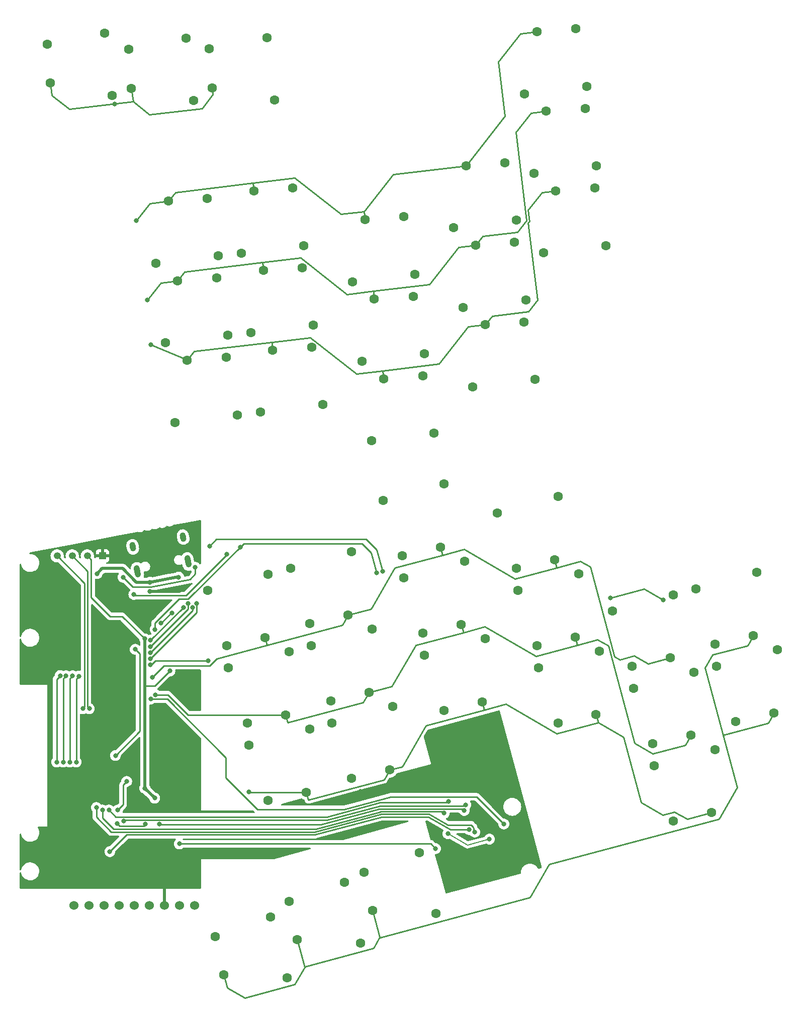
<source format=gbr>
%TF.GenerationSoftware,KiCad,Pcbnew,(5.99.0-11571-g293f207356)*%
%TF.CreationDate,2021-10-03T12:50:15-05:00*%
%TF.ProjectId,fusion,66757369-6f6e-42e6-9b69-6361645f7063,rev?*%
%TF.SameCoordinates,Original*%
%TF.FileFunction,Copper,L2,Bot*%
%TF.FilePolarity,Positive*%
%FSLAX46Y46*%
G04 Gerber Fmt 4.6, Leading zero omitted, Abs format (unit mm)*
G04 Created by KiCad (PCBNEW (5.99.0-11571-g293f207356)) date 2021-10-03 12:50:15*
%MOMM*%
%LPD*%
G01*
G04 APERTURE LIST*
G04 Aperture macros list*
%AMHorizOval*
0 Thick line with rounded ends*
0 $1 width*
0 $2 $3 position (X,Y) of the first rounded end (center of the circle)*
0 $4 $5 position (X,Y) of the second rounded end (center of the circle)*
0 Add line between two ends*
20,1,$1,$2,$3,$4,$5,0*
0 Add two circle primitives to create the rounded ends*
1,1,$1,$2,$3*
1,1,$1,$4,$5*%
G04 Aperture macros list end*
%TA.AperFunction,ComponentPad*%
%ADD10C,1.600000*%
%TD*%
%TA.AperFunction,ComponentPad*%
%ADD11R,1.200000X1.200000*%
%TD*%
%TA.AperFunction,ComponentPad*%
%ADD12O,1.200000X1.200000*%
%TD*%
%TA.AperFunction,SMDPad,CuDef*%
%ADD13R,1.680000X1.680000*%
%TD*%
%TA.AperFunction,ComponentPad*%
%ADD14C,0.500000*%
%TD*%
%TA.AperFunction,ComponentPad*%
%ADD15C,1.524000*%
%TD*%
%TA.AperFunction,ComponentPad*%
%ADD16HorizOval,1.000000X-0.104945X0.539895X0.104945X-0.539895X0*%
%TD*%
%TA.AperFunction,ComponentPad*%
%ADD17HorizOval,1.000000X-0.057243X0.294488X0.057243X-0.294488X0*%
%TD*%
%TA.AperFunction,ViaPad*%
%ADD18C,0.800000*%
%TD*%
%TA.AperFunction,Conductor*%
%ADD19C,0.508000*%
%TD*%
%TA.AperFunction,Conductor*%
%ADD20C,0.250000*%
%TD*%
%TA.AperFunction,Conductor*%
%ADD21C,0.254000*%
%TD*%
%TA.AperFunction,Conductor*%
%ADD22C,0.152400*%
%TD*%
G04 APERTURE END LIST*
D10*
%TO.P,K30,5*%
%TO.N,N/C*%
X202600635Y-75436453D03*
%TO.P,K30,4*%
X192361822Y-78179935D03*
%TO.P,K30,3*%
X195606656Y-87507954D03*
%TO.P,K30,1*%
%TO.N,R6*%
X202040093Y-86094703D03*
%TD*%
%TO.P,K32,5*%
%TO.N,N/C*%
X167827305Y-84753937D03*
%TO.P,K32,4*%
X157588492Y-87497419D03*
%TO.P,K32,3*%
X160833326Y-96825438D03*
%TO.P,K32,1*%
%TO.N,R6*%
X167266763Y-95412187D03*
%TD*%
%TO.P,K5,5*%
%TO.N,N/C*%
X131121163Y-36851782D03*
%TO.P,K5,4*%
X141646598Y-35596700D03*
%TO.P,K5,3*%
X139765384Y-25901241D03*
%TO.P,K5,1*%
%TO.N,/left/R0*%
X133196149Y-26382449D03*
%TD*%
%TO.P,K35,5*%
%TO.N,N/C*%
X229059569Y-62135147D03*
%TO.P,K35,4*%
X218820756Y-64878629D03*
%TO.P,K35,3*%
X222065590Y-74206648D03*
%TO.P,K35,1*%
%TO.N,R7*%
X228499027Y-72793397D03*
%TD*%
%TO.P,K2,5*%
%TO.N,N/C*%
X181265923Y-30872379D03*
%TO.P,K2,4*%
X191791358Y-29617297D03*
%TO.P,K2,3*%
X189910144Y-19921838D03*
%TO.P,K2,1*%
%TO.N,/left/R0*%
X183340909Y-20403046D03*
%TD*%
%TO.P,K28,5*%
%TO.N,N/C*%
X150327324Y-75466817D03*
%TO.P,K28,4*%
X140088511Y-78210299D03*
%TO.P,K28,3*%
X143333345Y-87538318D03*
%TO.P,K28,1*%
%TO.N,R5*%
X149766782Y-86125067D03*
%TD*%
%TO.P,K7,5*%
%TO.N,N/C*%
X179667464Y-17467351D03*
%TO.P,K7,4*%
X190192899Y-16212269D03*
%TO.P,K7,3*%
X188311685Y-6516810D03*
%TO.P,K7,1*%
%TO.N,/left/R1*%
X181742450Y-6998018D03*
%TD*%
%TO.P,K37,5*%
%TO.N,N/C*%
X162396405Y-124566126D03*
%TO.P,K37,4*%
X159652923Y-114327313D03*
%TO.P,K37,3*%
X150324904Y-117572147D03*
%TO.P,K37,1*%
%TO.N,R7*%
X151738155Y-124005584D03*
%TD*%
%TO.P,K18,5*%
%TO.N,N/C*%
X120574246Y18236945D03*
%TO.P,K18,4*%
X119319164Y28762380D03*
%TO.P,K18,3*%
X109623705Y26881166D03*
%TO.P,K18,1*%
%TO.N,/left/R3*%
X110104913Y20311931D03*
%TD*%
%TO.P,K11,5*%
%TO.N,N/C*%
X189980531Y18506820D03*
%TO.P,K11,4*%
X200505966Y19761902D03*
%TO.P,K11,3*%
X198624752Y29457361D03*
%TO.P,K11,1*%
%TO.N,/left/R2*%
X192055517Y28976153D03*
%TD*%
%TO.P,K12,5*%
%TO.N,N/C*%
X178069011Y-4062314D03*
%TO.P,K12,4*%
X188594446Y-2807232D03*
%TO.P,K12,3*%
X186713232Y6888227D03*
%TO.P,K12,1*%
%TO.N,/left/R2*%
X180143997Y6407019D03*
%TD*%
%TO.P,K34,5*%
%TO.N,N/C*%
X232553625Y-75175143D03*
%TO.P,K34,4*%
X222314812Y-77918625D03*
%TO.P,K34,3*%
X225559646Y-87246644D03*
%TO.P,K34,1*%
%TO.N,R7*%
X231993083Y-85833393D03*
%TD*%
%TO.P,K29,5*%
%TO.N,N/C*%
X222041759Y-91968020D03*
%TO.P,K29,4*%
X211802946Y-94711502D03*
%TO.P,K29,3*%
X215047780Y-104039521D03*
%TO.P,K29,1*%
%TO.N,R6*%
X221481217Y-102626270D03*
%TD*%
%TO.P,K25,5*%
%TO.N,N/C*%
X199106576Y-62396453D03*
%TO.P,K25,4*%
X188867763Y-65139935D03*
%TO.P,K25,3*%
X192112597Y-74467954D03*
%TO.P,K25,1*%
%TO.N,R5*%
X198546034Y-73054703D03*
%TD*%
D11*
%TO.P,J1,1,Pin_1*%
%TO.N,GND*%
X118909957Y-59350014D03*
D12*
%TO.P,J1,2,Pin_2*%
%TO.N,VDD*%
X116369957Y-59350014D03*
%TO.P,J1,3,Pin_3*%
%TO.N,SWC*%
X113829957Y-59350014D03*
%TO.P,J1,4,Pin_4*%
%TO.N,SWD*%
X111289957Y-59350014D03*
%TD*%
D10*
%TO.P,K23,5*%
%TO.N,N/C*%
X146833266Y-62426815D03*
%TO.P,K23,4*%
X136594453Y-65170297D03*
%TO.P,K23,3*%
X139839287Y-74498316D03*
%TO.P,K23,1*%
%TO.N,R4*%
X146272724Y-73085065D03*
%TD*%
%TO.P,K16,5*%
%TO.N,N/C*%
X147857931Y17461986D03*
%TO.P,K16,4*%
X146602849Y27987421D03*
%TO.P,K16,3*%
X136907390Y26106207D03*
%TO.P,K16,1*%
%TO.N,/left/R3*%
X137388598Y19536972D03*
%TD*%
%TO.P,K22,5*%
%TO.N,N/C*%
X160839190Y-58673940D03*
%TO.P,K22,4*%
X150600377Y-61417422D03*
%TO.P,K22,3*%
X153845211Y-70745441D03*
%TO.P,K22,1*%
%TO.N,R4*%
X160278648Y-69332190D03*
%TD*%
%TO.P,K33,5*%
%TO.N,N/C*%
X153821378Y-88506814D03*
%TO.P,K33,4*%
X143582565Y-91250296D03*
%TO.P,K33,3*%
X146827399Y-100578315D03*
%TO.P,K33,1*%
%TO.N,R6*%
X153260836Y-99165064D03*
%TD*%
%TO.P,K31,5*%
%TO.N,N/C*%
X183402230Y-73333721D03*
%TO.P,K31,4*%
X173163417Y-76077203D03*
%TO.P,K31,3*%
X176408251Y-85405222D03*
%TO.P,K31,1*%
%TO.N,R6*%
X182841688Y-83991971D03*
%TD*%
D13*
%TO.P,U3,17,PAD*%
%TO.N,GND*%
X120999958Y-64473123D03*
D14*
X120409958Y-65063123D03*
X120409958Y-63883123D03*
X121589958Y-63883123D03*
X121589958Y-65063123D03*
%TD*%
D10*
%TO.P,K13,5*%
%TO.N,N/C*%
X161024458Y-13144342D03*
%TO.P,K13,4*%
X171549893Y-11889260D03*
%TO.P,K13,3*%
X169668679Y-2193801D03*
%TO.P,K13,1*%
%TO.N,/left/R2*%
X163099444Y-2675009D03*
%TD*%
D15*
%TO.P,LCD1,1,EIN*%
%TO.N,unconnected-(LCD1-Pad1)*%
X114089962Y-118218011D03*
%TO.P,LCD1,2,DISP*%
%TO.N,unconnected-(LCD1-Pad2)*%
X116629962Y-118218011D03*
%TO.P,LCD1,3,EMD*%
%TO.N,unconnected-(LCD1-Pad3)*%
X119169962Y-118218011D03*
%TO.P,LCD1,4,CS*%
%TO.N,DISP_~{CS}*%
X121709962Y-118218011D03*
%TO.P,LCD1,5,MOSI*%
%TO.N,MOSI_DQ0*%
X124249962Y-118218011D03*
%TO.P,LCD1,6,SCK*%
%TO.N,SCLK*%
X126789962Y-118218011D03*
%TO.P,LCD1,7,GND*%
%TO.N,GND*%
X129329962Y-118218011D03*
%TO.P,LCD1,8,3V3*%
%TO.N,VDD*%
X131869962Y-118218011D03*
%TO.P,LCD1,9,VIN*%
%TO.N,unconnected-(LCD1-Pad9)*%
X134409962Y-118218011D03*
%TD*%
D10*
%TO.P,K17,5*%
%TO.N,N/C*%
X134275292Y17352981D03*
%TO.P,K17,4*%
X133020210Y27878416D03*
%TO.P,K17,3*%
X123324751Y25997202D03*
%TO.P,K17,1*%
%TO.N,/left/R3*%
X123805959Y19427967D03*
%TD*%
%TO.P,K9,5*%
%TO.N,N/C*%
X143920708Y-21729891D03*
%TO.P,K9,4*%
X154446143Y-20474809D03*
%TO.P,K9,3*%
X152564929Y-10779350D03*
%TO.P,K9,1*%
%TO.N,/left/R1*%
X145995694Y-11260558D03*
%TD*%
%TO.P,K4,5*%
%TO.N,N/C*%
X145519162Y-35134929D03*
%TO.P,K4,4*%
X156044597Y-33879847D03*
%TO.P,K4,3*%
X154163383Y-24184388D03*
%TO.P,K4,1*%
%TO.N,/left/R0*%
X147594148Y-24665596D03*
%TD*%
%TO.P,K20,5*%
%TO.N,N/C*%
X195612520Y-49356457D03*
%TO.P,K20,4*%
X185373707Y-52099939D03*
%TO.P,K20,3*%
X188618541Y-61427958D03*
%TO.P,K20,1*%
%TO.N,R4*%
X195051978Y-60014707D03*
%TD*%
%TO.P,K14,5*%
%TO.N,N/C*%
X142322256Y-8324854D03*
%TO.P,K14,4*%
X152847691Y-7069772D03*
%TO.P,K14,3*%
X150966477Y2625687D03*
%TO.P,K14,1*%
%TO.N,/left/R2*%
X144397242Y2144479D03*
%TD*%
%TO.P,K36,5*%
%TO.N,N/C*%
X175048172Y-119623178D03*
%TO.P,K36,4*%
X172304690Y-109384365D03*
%TO.P,K36,3*%
X162976671Y-112629199D03*
%TO.P,K36,1*%
%TO.N,R7*%
X164389922Y-119062636D03*
%TD*%
%TO.P,K8,5*%
%TO.N,N/C*%
X162622916Y-26549377D03*
%TO.P,K8,4*%
X173148351Y-25294295D03*
%TO.P,K8,3*%
X171267137Y-15598836D03*
%TO.P,K8,1*%
%TO.N,/left/R1*%
X164697902Y-16080044D03*
%TD*%
%TO.P,K3,5*%
%TO.N,N/C*%
X164221370Y-39954414D03*
%TO.P,K3,4*%
X174746805Y-38699332D03*
%TO.P,K3,3*%
X172865591Y-29003873D03*
%TO.P,K3,1*%
%TO.N,/left/R0*%
X166296356Y-29485081D03*
%TD*%
%TO.P,K26,5*%
%TO.N,N/C*%
X179908182Y-60293713D03*
%TO.P,K26,4*%
X169669369Y-63037195D03*
%TO.P,K26,3*%
X172914203Y-72365214D03*
%TO.P,K26,1*%
%TO.N,R5*%
X179347640Y-70951963D03*
%TD*%
%TO.P,K6,5*%
%TO.N,N/C*%
X191578985Y5101785D03*
%TO.P,K6,4*%
X202104420Y6356867D03*
%TO.P,K6,3*%
X200223206Y16052326D03*
%TO.P,K6,1*%
%TO.N,/left/R1*%
X193653971Y15571118D03*
%TD*%
%TO.P,K38,5*%
%TO.N,N/C*%
X150003454Y-130474996D03*
%TO.P,K38,4*%
X147259972Y-120236183D03*
%TO.P,K38,3*%
X137931953Y-123481017D03*
%TO.P,K38,1*%
%TO.N,R7*%
X139345204Y-129914454D03*
%TD*%
%TO.P,K19,5*%
%TO.N,N/C*%
X215053646Y-65888021D03*
%TO.P,K19,4*%
X204814833Y-68631503D03*
%TO.P,K19,3*%
X208059667Y-77959522D03*
%TO.P,K19,1*%
%TO.N,R4*%
X214493104Y-76546271D03*
%TD*%
%TO.P,K27,5*%
%TO.N,N/C*%
X164333246Y-71713938D03*
%TO.P,K27,4*%
X154094433Y-74457420D03*
%TO.P,K27,3*%
X157339267Y-83785439D03*
%TO.P,K27,1*%
%TO.N,R5*%
X163772704Y-82372188D03*
%TD*%
%TO.P,K15,5*%
%TO.N,N/C*%
X127924254Y-10041715D03*
%TO.P,K15,4*%
X138449689Y-8786633D03*
%TO.P,K15,3*%
X136568475Y908826D03*
%TO.P,K15,1*%
%TO.N,/left/R2*%
X129999240Y427618D03*
%TD*%
%TO.P,K1,5*%
%TO.N,N/C*%
X193177439Y-8303246D03*
%TO.P,K1,4*%
X203702874Y-7048164D03*
%TO.P,K1,3*%
X201821660Y2647295D03*
%TO.P,K1,1*%
%TO.N,/left/R0*%
X195252425Y2166087D03*
%TD*%
%TO.P,K10,5*%
%TO.N,N/C*%
X129522703Y-23446747D03*
%TO.P,K10,4*%
X140048138Y-22191665D03*
%TO.P,K10,3*%
X138166924Y-12496206D03*
%TO.P,K10,1*%
%TO.N,/left/R1*%
X131597689Y-12977414D03*
%TD*%
%TO.P,K21,5*%
%TO.N,N/C*%
X176414123Y-47253717D03*
%TO.P,K21,4*%
X166175310Y-49997199D03*
%TO.P,K21,3*%
X169420144Y-59325218D03*
%TO.P,K21,1*%
%TO.N,R4*%
X175853581Y-57911967D03*
%TD*%
D16*
%TO.P,J2,S1,SHIELD*%
%TO.N,unconnected-(J2-PadS1)*%
X133297466Y-60285910D03*
D17*
X132499884Y-56182709D03*
D16*
X124816207Y-61934500D03*
D17*
X124018625Y-57831298D03*
%TD*%
D10*
%TO.P,K24,5*%
%TO.N,N/C*%
X218547701Y-78928018D03*
%TO.P,K24,4*%
X208308888Y-81671500D03*
%TO.P,K24,3*%
X211553722Y-90999519D03*
%TO.P,K24,1*%
%TO.N,R5*%
X217987159Y-89586268D03*
%TD*%
D18*
%TO.N,GND*%
X119610961Y-82450014D03*
X110099957Y-89600014D03*
X110099956Y-101100009D03*
X127999959Y-102150012D03*
X110099960Y-84700015D03*
X131867881Y-65139724D03*
X133356848Y-62389207D03*
X172190961Y-96012009D03*
X123299960Y-84850015D03*
X110099959Y-96300006D03*
X151999957Y-100950015D03*
X112499959Y-69500013D03*
X182892360Y-88483784D03*
X182799473Y-94459568D03*
X117960961Y-108581419D03*
X132399960Y-98681420D03*
X110099955Y-93000009D03*
X133299961Y-90468603D03*
X126879075Y-65323526D03*
X167999959Y-104450011D03*
X162407005Y-99039587D03*
X129369959Y-115027015D03*
X127299959Y-84900012D03*
X122699958Y-75150014D03*
X125099956Y-68350015D03*
X141199960Y-109150008D03*
X128556847Y-57189205D03*
X135065573Y-79000015D03*
X128699958Y-68420513D03*
%TO.N,BAT_MEAS*%
X121099960Y-93000011D03*
X124437658Y-75087715D03*
%TO.N,VBUS*%
X130587658Y-68937716D03*
X117999957Y-62346335D03*
X126935287Y-63789794D03*
X128749957Y-70710770D03*
X131760842Y-62938917D03*
%TO.N,VDDH*%
X166060759Y-61933568D03*
X136956847Y-57689207D03*
%TO.N,VDD*%
X127718961Y-100163073D03*
X131869959Y-107880012D03*
X130270234Y-78750017D03*
X126055901Y-98500011D03*
X175009729Y-108675298D03*
X126024257Y-73333191D03*
%TO.N,Net-(R3-Pad2)*%
X121399958Y-104450014D03*
X126175458Y-104577512D03*
%TO.N,SWD*%
X115599962Y-85100013D03*
%TO.N,SWC*%
X116699958Y-85100013D03*
%TO.N,/left/R0*%
X127085356Y-23729174D03*
%TO.N,/left/R1*%
X126450154Y-16259997D03*
%TO.N,/left/R2*%
X124628728Y-2880457D03*
%TO.N,/left/R3*%
X120994173Y16826742D03*
%TO.N,C0*%
X111786243Y-79536301D03*
X111199958Y-94081421D03*
X213321914Y-66766148D03*
X132543725Y-68006245D03*
X126999959Y-73550016D03*
X204474961Y-66454228D03*
%TO.N,C1*%
X126983636Y-74626587D03*
X112799957Y-79550014D03*
X133326717Y-67350013D03*
X112299959Y-94081420D03*
%TO.N,C2*%
X113399960Y-94081420D03*
X134075474Y-68050015D03*
X126992380Y-75642439D03*
X113899959Y-79550013D03*
%TO.N,C3*%
X114951948Y-79602004D03*
X114499958Y-94081424D03*
X134799961Y-67357530D03*
X127004680Y-76654736D03*
%TO.N,C4*%
X127016980Y-77667035D03*
X136749960Y-77000019D03*
%TO.N,+2V8*%
X177067590Y-106155248D03*
X184087570Y-107077740D03*
%TO.N,TRACKPAD_~{CS}*%
X119999959Y-102181420D03*
X177150816Y-100723511D03*
%TO.N,MAGNET*%
X127787657Y-71737715D03*
X165094831Y-62192386D03*
X142099957Y-57850014D03*
%TO.N,R4*%
X127299959Y-79850012D03*
%TO.N,R5*%
X127799959Y-82750015D03*
%TO.N,R6*%
X143599958Y-99150012D03*
%TO.N,Net-(R6-Pad1)*%
X134556845Y-61289206D03*
X122399958Y-62950015D03*
%TO.N,FLASH_~{CS}*%
X121473460Y-102181421D03*
X122999960Y-97350012D03*
%TO.N,MOTION*%
X181609495Y-105879194D03*
X117899958Y-101750014D03*
%TO.N,SHTDWN*%
X176456456Y-102708519D03*
X118899961Y-102181426D03*
%TO.N,TOUCHPAD_BTN*%
X127041078Y-83474514D03*
X186507660Y-104527717D03*
%TO.N,Net-(SW2-Pad2)*%
X124199959Y-65850015D03*
X139856845Y-59089204D03*
%TO.N,/trackpad-8520/MISO_2V8*%
X180695613Y-105466665D03*
X120160959Y-109181419D03*
%TO.N,/trackpad-8520/SCK_3V3*%
X128499957Y-104577516D03*
X179835949Y-102258320D03*
%TO.N,/trackpad-8520/MOSI_3V3*%
X180108002Y-101296553D03*
X122499958Y-104069512D03*
%TD*%
D19*
%TO.N,GND*%
X126879086Y-65323513D02*
X131684088Y-65323513D01*
X129329957Y-115067013D02*
X129329957Y-118218015D01*
X131684088Y-65323513D02*
X131867881Y-65139724D01*
X126879075Y-65323526D02*
X126879086Y-65323513D01*
X129369959Y-115027015D02*
X129329957Y-115067013D01*
D20*
%TO.N,BAT_MEAS*%
X125202404Y-88897569D02*
X121099960Y-93000011D01*
X125202405Y-75852461D02*
X125202404Y-88897569D01*
X124437658Y-75087715D02*
X125202405Y-75852461D01*
D19*
%TO.N,VBUS*%
X118896283Y-61450015D02*
X122302572Y-61450012D01*
X122302572Y-61450012D02*
X124642353Y-63789797D01*
X117999957Y-62346335D02*
X118896283Y-61450015D01*
X131660580Y-62871289D02*
X131760842Y-62938917D01*
X124642353Y-63789797D02*
X126935287Y-63789794D01*
X126935287Y-63789794D02*
X131660580Y-62871289D01*
D21*
X130587658Y-68937716D02*
X130523013Y-68937715D01*
X130523013Y-68937715D02*
X128749957Y-70710770D01*
D20*
%TO.N,VDDH*%
X166060759Y-61933568D02*
X165090185Y-58311352D01*
D21*
X136956847Y-57689207D02*
X138091294Y-56554757D01*
X138091294Y-56554757D02*
X163333599Y-56554756D01*
X163333599Y-56554756D02*
X165090185Y-58311352D01*
%TO.N,VDD*%
X175009727Y-108660792D02*
X174228824Y-107879885D01*
X130270234Y-78750017D02*
X127726176Y-81294071D01*
D19*
X126055902Y-81294071D02*
X126055901Y-98500011D01*
D20*
X131940078Y-107879891D02*
X174228824Y-107879885D01*
X126024257Y-73333191D02*
X122241078Y-69550012D01*
X122241078Y-69550012D02*
X120199958Y-69550010D01*
X120199958Y-69550010D02*
X116999958Y-66350015D01*
D19*
X126055900Y-73364835D02*
X126055902Y-81294071D01*
D21*
X127726176Y-81294071D02*
X126055902Y-81294071D01*
D19*
X126055901Y-98500011D02*
X127718961Y-100163073D01*
D21*
X175009729Y-108675298D02*
X175009727Y-108660792D01*
D20*
X116999958Y-59980014D02*
X116369957Y-59350014D01*
X116999958Y-66350015D02*
X116999958Y-59980014D01*
D19*
X126024257Y-73333191D02*
X126055900Y-73364835D01*
D21*
%TO.N,Net-(R3-Pad2)*%
X121799955Y-104850012D02*
X121399958Y-104450014D01*
X125902958Y-104850014D02*
X121799955Y-104850012D01*
X126175458Y-104577512D02*
X125902958Y-104850014D01*
D20*
%TO.N,SWD*%
X111289959Y-59350013D02*
X115899957Y-63960014D01*
X115899958Y-84800015D02*
X115599962Y-85100013D01*
X115899957Y-63960014D02*
X115899958Y-84800015D01*
%TO.N,SWC*%
X116399956Y-61920013D02*
X113829958Y-59350013D01*
X116699958Y-85100013D02*
X116399958Y-84800011D01*
X116399958Y-84800011D02*
X116399956Y-61920013D01*
%TO.N,/left/R0*%
X180510955Y-20740504D02*
X175569683Y-27019737D01*
X153908732Y-22553060D02*
X147434308Y-23325089D01*
X183340907Y-20403047D02*
X180510955Y-20740504D01*
X147434308Y-23325089D02*
X147594150Y-24665595D01*
X133179647Y-26341193D02*
X133196147Y-26382449D01*
X134376804Y-24882104D02*
X133196147Y-26382449D01*
X166136511Y-28144577D02*
X161688321Y-28674990D01*
X127085356Y-23729174D02*
X133179647Y-26341193D01*
X190780495Y-2985852D02*
X190606002Y-3207591D01*
X190606002Y-3207591D02*
X192158786Y-16229620D01*
X161688321Y-28674990D02*
X153908732Y-22553060D01*
X192918956Y1887836D02*
X190557218Y-1113398D01*
X195252424Y2166082D02*
X192918956Y1887836D01*
X192158786Y-16229620D02*
X190628301Y-18174518D01*
X166136511Y-28144577D02*
X166296355Y-29485080D01*
X190628301Y-18174518D02*
X184521562Y-18902703D01*
X175569683Y-27019737D02*
X166136511Y-28144577D01*
X147434308Y-23325089D02*
X134376804Y-24882104D01*
X190557218Y-1113398D02*
X190780495Y-2985852D01*
X184521562Y-18902703D02*
X183340907Y-20403047D01*
%TO.N,/left/R1*%
X178912503Y-7335468D02*
X173971232Y-13614704D01*
X145835851Y-9920056D02*
X145995699Y-11260561D01*
X188537743Y12025932D02*
X190312091Y-2854188D01*
X132778352Y-11477067D02*
X131597695Y-12977419D01*
X164538060Y-14739543D02*
X164697904Y-16080049D01*
X145835851Y-9920056D02*
X132778352Y-11477067D01*
X181742454Y-6998014D02*
X178912503Y-7335468D01*
X190312091Y-2854188D02*
X188781607Y-4799084D01*
X188781607Y-4799084D02*
X182923112Y-5497671D01*
X182923112Y-5497671D02*
X181742454Y-6998014D01*
X193653968Y15571121D02*
X191086623Y15264983D01*
X173971232Y-13614704D02*
X164538060Y-14739543D01*
X160089867Y-15269956D02*
X152310284Y-9148028D01*
X152310284Y-9148028D02*
X145835851Y-9920056D01*
X164538060Y-14739543D02*
X160089867Y-15269956D01*
X191086623Y15264983D02*
X188537743Y12025932D01*
X131597693Y-12977417D02*
X128767743Y-13314867D01*
X128767743Y-13314867D02*
X126450154Y-16259997D01*
%TO.N,/left/R2*%
X162939604Y-1334508D02*
X163099450Y-2675013D01*
X151322356Y4329808D02*
X144237398Y3484977D01*
X144237398Y3484977D02*
X131179897Y1927967D01*
X186703211Y14742288D02*
X180144000Y6407016D01*
X131179897Y1927967D02*
X129999243Y427621D01*
X192055518Y28976152D02*
X189324861Y28650540D01*
X162939604Y-1334508D02*
X159101936Y-1792121D01*
X124625827Y-2856136D02*
X126921047Y60567D01*
X167880877Y4944726D02*
X162939604Y-1334508D01*
X189324861Y28650540D02*
X185607974Y23927217D01*
X180144000Y6407016D02*
X167880877Y4944726D01*
X124628728Y-2880457D02*
X124625827Y-2856136D01*
X126921047Y60567D02*
X129999238Y427619D01*
X185607974Y23927217D02*
X186703211Y14742288D01*
X159101936Y-1792121D02*
X151322356Y4329808D01*
X144237398Y3484977D02*
X144397243Y2144473D01*
%TO.N,/left/R3*%
X123805958Y19427968D02*
X124072368Y17193793D01*
X110350137Y18255426D02*
X110104916Y20311931D01*
X137522557Y18413564D02*
X135669682Y16058981D01*
X126850793Y15007392D02*
X124072368Y17193793D01*
X124072368Y17193793D02*
X113327415Y15912536D01*
X137388601Y19536974D02*
X137522557Y18413564D01*
X113327415Y15912536D02*
X110350137Y18255426D01*
X135669682Y16058981D02*
X126850793Y15007392D01*
%TO.N,C0*%
X210148540Y-64934000D02*
X213321914Y-66766148D01*
X204474961Y-66454228D02*
X210148540Y-64934000D01*
D21*
X111199959Y-80122585D02*
X111199958Y-94081421D01*
D20*
X126999959Y-73550016D02*
X132543725Y-68006245D01*
D21*
X111786243Y-79536301D02*
X111199959Y-80122585D01*
%TO.N,C1*%
X112799957Y-79550014D02*
X112299959Y-80050013D01*
D20*
X133326719Y-68283502D02*
X126983636Y-74626587D01*
X133326717Y-67350013D02*
X133326719Y-68283502D01*
D21*
X112299959Y-80050013D02*
X112299959Y-94081420D01*
%TO.N,C2*%
X113899959Y-79550013D02*
X113399960Y-80050013D01*
D20*
X134075474Y-68559346D02*
X126992380Y-75642439D01*
D21*
X113399960Y-80050013D02*
X113399960Y-94081420D01*
D20*
X134075474Y-68050015D02*
X134075474Y-68559346D01*
D21*
%TO.N,C3*%
X114951948Y-79602004D02*
X114499958Y-80053994D01*
D20*
X134799961Y-67357530D02*
X134799975Y-67357543D01*
X134799974Y-68859444D02*
X127004680Y-76654736D01*
X134799975Y-67357543D02*
X134799974Y-68859444D01*
D21*
X114499958Y-80053994D02*
X114499958Y-94081424D01*
D20*
%TO.N,C4*%
X136749957Y-77000017D02*
X136749960Y-77000019D01*
X127182936Y-77667036D02*
X127849957Y-77000018D01*
X127849957Y-77000018D02*
X136749957Y-77000017D01*
X127016980Y-77667035D02*
X127182936Y-77667036D01*
D22*
%TO.N,+2V8*%
X177067590Y-106155248D02*
X180384158Y-108070068D01*
X180384158Y-108070068D02*
X184087570Y-107077740D01*
D21*
%TO.N,TRACKPAD_~{CS}*%
X121161547Y-103343008D02*
X156701972Y-103343011D01*
X176938516Y-100935812D02*
X177150816Y-100723511D01*
X119999959Y-102181420D02*
X121161547Y-103343008D01*
X167785757Y-100935816D02*
X176938516Y-100935812D01*
X165685759Y-100935812D02*
X167785757Y-100935816D01*
X156701972Y-103343011D02*
X165685759Y-100935812D01*
D20*
%TO.N,MAGNET*%
X131824469Y-66625502D02*
X133355727Y-66625502D01*
X142699959Y-57281274D02*
X147243175Y-57281268D01*
D21*
X147245374Y-57279072D02*
X162656391Y-57279073D01*
D20*
X128449854Y-69986259D02*
X128463713Y-69986260D01*
D21*
X162656391Y-57279073D02*
X164188965Y-58811646D01*
D20*
X133355727Y-66625502D02*
X142699959Y-57281274D01*
X127787657Y-71737715D02*
X127787660Y-70648455D01*
X128463713Y-69986260D02*
X131824469Y-66625502D01*
X165094831Y-62192386D02*
X164188965Y-58811646D01*
X127787660Y-70648455D02*
X128449854Y-69986259D01*
%TO.N,R4*%
X136973996Y-77850010D02*
X138170275Y-76653730D01*
X164171186Y-68289192D02*
X168166341Y-61369379D01*
X201069522Y-61222107D02*
X205113900Y-76315939D01*
X129299959Y-77850013D02*
X136973996Y-77850010D01*
X206032463Y-76846273D02*
X208447275Y-76199226D01*
X205113900Y-76315939D02*
X206032463Y-76846273D01*
X208447275Y-76199226D02*
X210774287Y-77542722D01*
X127299959Y-79850012D02*
X129299959Y-77850013D01*
X195051977Y-60014709D02*
X195401387Y-61318699D01*
X199387061Y-60250742D02*
X201069522Y-61222107D01*
X195401387Y-61318699D02*
X199387061Y-60250742D01*
X146272726Y-73085070D02*
X146622132Y-74389064D01*
X188398424Y-63195142D02*
X195401387Y-61318699D01*
X179825207Y-58245389D02*
X188398424Y-63195142D01*
X210774287Y-77542722D02*
X214493102Y-76546270D01*
X159324050Y-70985600D02*
X160278650Y-69332191D01*
X176202988Y-59215969D02*
X179825207Y-58245389D01*
X138170275Y-76653730D02*
X146622132Y-74389064D01*
X176202988Y-59215969D02*
X175853581Y-57911967D01*
X146622132Y-74389064D02*
X159324050Y-70985600D01*
X168166341Y-61369379D02*
X176202988Y-59215969D01*
X160278650Y-69332191D02*
X164171186Y-68289192D01*
D21*
%TO.N,R5*%
X133331810Y-86125063D02*
X133329228Y-86122481D01*
D20*
X183319267Y-71285392D02*
X191892479Y-76235137D01*
X149766783Y-86125064D02*
X150116189Y-87429068D01*
X179697042Y-72255966D02*
X183319267Y-71285392D01*
D21*
X149766781Y-86125065D02*
X133331810Y-86125063D01*
D20*
X129956763Y-82750014D02*
X133329228Y-86122481D01*
X198546030Y-73054700D02*
X198895441Y-74358703D01*
X171660397Y-74409383D02*
X179697042Y-72255966D01*
X202276173Y-73452838D02*
X204113300Y-74513501D01*
X191892479Y-76235137D02*
X198895441Y-74358703D01*
X211575086Y-92702007D02*
X217032562Y-91239677D01*
X217032562Y-91239677D02*
X217987160Y-89586268D01*
X167665240Y-81329189D02*
X171660397Y-74409383D01*
X150116189Y-87429068D02*
X162818108Y-84025594D01*
X179697042Y-72255966D02*
X179347640Y-70951965D01*
X163772703Y-82372195D02*
X167665240Y-81329189D01*
X208513225Y-90934242D02*
X211575086Y-92702007D01*
X127799959Y-82750015D02*
X129956763Y-82750014D01*
X162818108Y-84025594D02*
X163772703Y-82372195D01*
X198895441Y-74358703D02*
X202276173Y-73452838D01*
X204113300Y-74513501D02*
X208513225Y-90934242D01*
%TO.N,R6*%
X209630267Y-100898657D02*
X206676103Y-89873583D01*
X166312163Y-97065594D02*
X167266758Y-95412187D01*
X217376034Y-103726248D02*
X215232730Y-102488810D01*
X183191104Y-85295962D02*
X182841696Y-83991968D01*
X206676103Y-89873583D02*
X202389498Y-87398706D01*
X195386538Y-89275140D02*
X202389498Y-87398706D01*
X215232730Y-102488810D02*
X213287348Y-103010078D01*
X153260840Y-99165058D02*
X153610247Y-100469059D01*
X186813322Y-84325396D02*
X195386538Y-89275140D01*
X173360433Y-87930205D02*
X183191104Y-85295962D01*
X153610247Y-100469059D02*
X166312163Y-97065594D01*
D21*
X143615007Y-99165062D02*
X153260838Y-99165062D01*
D20*
X213287348Y-103010078D02*
X209630267Y-100898657D01*
D21*
X143599958Y-99150012D02*
X143615007Y-99165062D01*
D20*
X169365282Y-94850012D02*
X173360433Y-87930205D01*
X221481214Y-102626266D02*
X217376034Y-103726248D01*
X202040090Y-86094701D02*
X202389498Y-87398706D01*
X183191104Y-85295962D02*
X186813322Y-84325396D01*
X167266758Y-95412187D02*
X169365282Y-94850012D01*
%TO.N,R7*%
X220366554Y-78181841D02*
X223407678Y-89531471D01*
X190886051Y-116880588D02*
X194089071Y-111332794D01*
X139345204Y-129914457D02*
X139940492Y-132136088D01*
X151738151Y-124005583D02*
X152980486Y-128642024D01*
X139940492Y-132136088D02*
X142879871Y-133833140D01*
X142879871Y-133833140D02*
X151283430Y-131581414D01*
X164545713Y-125439607D02*
X165606373Y-123602487D01*
X165606373Y-123602487D02*
X165667617Y-123637848D01*
X228499028Y-72793388D02*
X227544425Y-74446803D01*
X223407678Y-89531471D02*
X231038490Y-87486800D01*
X227544425Y-74446803D02*
X221603991Y-76038535D01*
X221603991Y-76038535D02*
X220366554Y-78181841D01*
X164389925Y-119062638D02*
X165606373Y-123602487D01*
X152954602Y-128545432D02*
X164545713Y-125439607D01*
X222720993Y-103660894D02*
X225775870Y-98369690D01*
X194089071Y-111332794D02*
X222720993Y-103660894D01*
X151283430Y-131581414D02*
X152980486Y-128642024D01*
X225775870Y-98369690D02*
X223407678Y-89531471D01*
X231038490Y-87486800D02*
X231993084Y-85833391D01*
X165667617Y-123637848D02*
X190886051Y-116880588D01*
D21*
%TO.N,Net-(R6-Pad1)*%
X127092513Y-64598295D02*
X127079034Y-64589206D01*
X133632776Y-63326997D02*
X127092513Y-64598295D01*
X134556845Y-61289206D02*
X134556849Y-62402929D01*
X134556849Y-62402929D02*
X133632776Y-63326997D01*
X127079034Y-64589206D02*
X124039147Y-64589206D01*
X124039147Y-64589206D02*
X122399958Y-62950015D01*
%TO.N,FLASH_~{CS}*%
X122399960Y-97950010D02*
X122399960Y-101254919D01*
X122999960Y-97350012D02*
X122399960Y-97950010D01*
X122399960Y-101254919D02*
X121473460Y-102181421D01*
%TO.N,MOTION*%
X181380062Y-105022929D02*
X181609495Y-105879194D01*
X120401549Y-105883012D02*
X154599960Y-105883014D01*
X117899957Y-103381420D02*
X120401549Y-105883012D01*
X117899958Y-101750014D02*
X117899957Y-103381420D01*
X173899019Y-102842397D02*
X173899957Y-102841457D01*
X181039764Y-104682631D02*
X181380062Y-105022929D01*
X165892339Y-102842396D02*
X173899019Y-102842397D01*
X154599960Y-105883014D02*
X165892339Y-102842396D01*
X173899957Y-102841457D02*
X177088962Y-104682628D01*
X177088962Y-104682628D02*
X181039764Y-104682631D01*
%TO.N,SHTDWN*%
X126559311Y-105375014D02*
X120793555Y-105375013D01*
X165725144Y-102435537D02*
X165686184Y-102474498D01*
X176183478Y-102435538D02*
X165725144Y-102435537D01*
X176456456Y-102708519D02*
X176183478Y-102435538D01*
X118899960Y-103481420D02*
X118899961Y-102181426D01*
X165686184Y-102474498D02*
X154861311Y-105375014D01*
X120793555Y-105375013D02*
X118899960Y-103481420D01*
X154861311Y-105375014D02*
X126559311Y-105375013D01*
X126559311Y-105375013D02*
X126559311Y-105375014D01*
%TO.N,TOUCHPAD_BTN*%
X181931943Y-99952000D02*
X181945958Y-99966014D01*
X127499026Y-83476525D02*
X128100889Y-83476525D01*
X127041078Y-83474514D02*
X127497015Y-83474516D01*
X128100889Y-83476525D02*
X128102900Y-83474514D01*
X129824459Y-83474514D02*
X139699957Y-93350012D01*
X139699957Y-93350012D02*
X139699959Y-96750013D01*
X167429846Y-99952003D02*
X181931943Y-99952000D01*
X128102900Y-83474514D02*
X129824459Y-83474514D01*
X139699959Y-96750013D02*
X144999957Y-102050016D01*
X159599959Y-102050018D02*
X167429846Y-99952003D01*
X144999957Y-102050016D02*
X159599959Y-102050018D01*
X181945958Y-99966014D02*
X186507660Y-104527717D01*
X127497015Y-83474516D02*
X127499026Y-83476525D01*
%TO.N,Net-(SW2-Pad2)*%
X127016721Y-66050024D02*
X127016733Y-66050012D01*
X124399956Y-66050012D02*
X126414846Y-66050013D01*
X126414846Y-66050013D02*
X126414858Y-66050026D01*
X127016733Y-66050012D02*
X132999957Y-66050011D01*
X126414858Y-66050026D02*
X127016721Y-66050024D01*
X132999957Y-66050011D02*
X139799958Y-59250010D01*
X124199959Y-65850015D02*
X124399956Y-66050012D01*
%TO.N,/trackpad-8520/MISO_2V8*%
X177500902Y-105466664D02*
X177500655Y-105466420D01*
D20*
X173799957Y-103329825D02*
X165945247Y-103329819D01*
D21*
X180695613Y-105466665D02*
X177500902Y-105466664D01*
D20*
X165945247Y-103329819D02*
X165943767Y-103328342D01*
D21*
X154707388Y-106336528D02*
X154709430Y-106338575D01*
X120160959Y-109181419D02*
X123005852Y-106336533D01*
X154709430Y-106338575D02*
X165943767Y-103328342D01*
X123005852Y-106336533D02*
X154707388Y-106336528D01*
X177500655Y-105466420D02*
X173799957Y-103329825D01*
X177500655Y-105466420D02*
X179820847Y-105466420D01*
%TO.N,/trackpad-8520/SCK_3V3*%
X179559648Y-101982020D02*
X179835949Y-102258320D01*
X165537288Y-101982016D02*
X179559648Y-101982020D01*
X155723286Y-104618129D02*
X165528470Y-101990834D01*
X155718169Y-104613009D02*
X155723286Y-104618129D01*
X128535456Y-104613012D02*
X155718169Y-104613009D01*
X165528470Y-101990834D02*
X165537288Y-101982016D01*
X128499957Y-104577516D02*
X128535456Y-104613012D01*
D20*
%TO.N,/trackpad-8520/MOSI_3V3*%
X122718456Y-103851016D02*
X122499958Y-104069512D01*
X124458461Y-103851011D02*
X122718456Y-103851016D01*
D21*
X156701968Y-103851012D02*
X124458461Y-103851011D01*
X165658349Y-101450011D02*
X165656786Y-101451577D01*
X179954543Y-101450013D02*
X165658349Y-101450011D01*
X165656786Y-101451577D02*
X156701968Y-103851012D01*
X180108002Y-101296553D02*
X179954543Y-101450013D01*
%TD*%
%TA.AperFunction,Conductor*%
%TO.N,GND*%
G36*
X185750428Y-85399397D02*
G01*
X185809254Y-85439146D01*
X185833865Y-85486847D01*
X190537349Y-103048498D01*
X192844033Y-111661088D01*
X192884979Y-111813972D01*
X192883282Y-111884948D01*
X192843481Y-111943739D01*
X192795889Y-111968273D01*
X192379532Y-112079869D01*
X192308556Y-112078185D01*
X192249757Y-112038395D01*
X192239479Y-112024000D01*
X192205330Y-111968273D01*
X192129695Y-111844849D01*
X191975488Y-111664296D01*
X191794935Y-111510089D01*
X191790727Y-111507510D01*
X191790721Y-111507506D01*
X191596702Y-111388611D01*
X191592482Y-111386025D01*
X191587912Y-111384132D01*
X191587908Y-111384130D01*
X191377686Y-111297054D01*
X191377684Y-111297053D01*
X191373113Y-111295160D01*
X191292910Y-111275905D01*
X191147043Y-111240885D01*
X191147037Y-111240884D01*
X191142230Y-111239730D01*
X190905519Y-111221100D01*
X190668808Y-111239730D01*
X190664001Y-111240884D01*
X190663995Y-111240885D01*
X190518128Y-111275905D01*
X190437925Y-111295160D01*
X190433354Y-111297053D01*
X190433352Y-111297054D01*
X190223130Y-111384130D01*
X190223126Y-111384132D01*
X190218556Y-111386025D01*
X190214336Y-111388611D01*
X190020317Y-111507506D01*
X190020311Y-111507510D01*
X190016103Y-111510089D01*
X189835550Y-111664296D01*
X189681343Y-111844849D01*
X189678764Y-111849057D01*
X189678760Y-111849063D01*
X189562737Y-112038395D01*
X189557279Y-112047302D01*
X189555386Y-112051872D01*
X189555384Y-112051876D01*
X189476481Y-112242366D01*
X189466414Y-112266671D01*
X189465259Y-112271483D01*
X189421861Y-112452250D01*
X189410984Y-112497554D01*
X189392354Y-112734265D01*
X189392742Y-112739195D01*
X189392742Y-112739206D01*
X189395405Y-112773039D01*
X189380810Y-112842519D01*
X189330968Y-112893079D01*
X189302414Y-112904630D01*
X176857919Y-116240132D01*
X176786943Y-116238448D01*
X176728144Y-116198658D01*
X176704084Y-116152820D01*
X175818660Y-113032127D01*
X174885785Y-109744190D01*
X174886433Y-109673196D01*
X174925361Y-109613824D01*
X174990209Y-109584922D01*
X175007000Y-109583798D01*
X175105216Y-109583798D01*
X175111668Y-109582426D01*
X175111673Y-109582426D01*
X175198616Y-109563945D01*
X175292017Y-109544092D01*
X175298048Y-109541407D01*
X175460451Y-109469101D01*
X175460453Y-109469100D01*
X175466481Y-109466416D01*
X175620982Y-109354164D01*
X175748769Y-109212242D01*
X175844256Y-109046854D01*
X175903271Y-108865226D01*
X175904187Y-108856517D01*
X175922543Y-108681863D01*
X175923233Y-108675298D01*
X175914856Y-108595594D01*
X175903961Y-108491933D01*
X175903961Y-108491931D01*
X175903271Y-108485370D01*
X175844256Y-108303742D01*
X175827253Y-108274291D01*
X175752070Y-108144072D01*
X175748769Y-108138354D01*
X175681260Y-108063377D01*
X175625404Y-108001343D01*
X175625403Y-108001342D01*
X175620982Y-107996432D01*
X175466481Y-107884180D01*
X175460453Y-107881496D01*
X175460451Y-107881495D01*
X175298048Y-107809189D01*
X175298047Y-107809189D01*
X175292017Y-107806504D01*
X175198616Y-107786651D01*
X175111673Y-107768170D01*
X175111668Y-107768170D01*
X175105216Y-107766798D01*
X175066659Y-107766798D01*
X174998538Y-107746796D01*
X174977563Y-107729893D01*
X174937755Y-107690084D01*
X174721320Y-107473648D01*
X174722899Y-107472069D01*
X174722105Y-107471504D01*
X174720824Y-107472868D01*
X174720824Y-107472867D01*
X174717564Y-107469807D01*
X174714749Y-107467078D01*
X174652721Y-107405049D01*
X174649919Y-107402247D01*
X174629896Y-107386716D01*
X174620886Y-107379020D01*
X174609921Y-107368723D01*
X174604145Y-107363299D01*
X174597200Y-107359481D01*
X174596589Y-107359037D01*
X174581082Y-107348852D01*
X174554892Y-107328536D01*
X174494664Y-107302473D01*
X174484004Y-107297251D01*
X174470833Y-107290010D01*
X174470831Y-107290009D01*
X174463884Y-107286190D01*
X174456203Y-107284218D01*
X174455483Y-107283933D01*
X174437950Y-107277931D01*
X174407533Y-107264768D01*
X174376552Y-107259861D01*
X174342713Y-107254501D01*
X174331093Y-107252094D01*
X174316537Y-107248357D01*
X174316532Y-107248356D01*
X174308854Y-107246385D01*
X174300922Y-107246385D01*
X174300162Y-107246289D01*
X174281678Y-107244834D01*
X174262075Y-107241729D01*
X174251237Y-107240013D01*
X174187083Y-107209602D01*
X174149733Y-107149959D01*
X173291107Y-104123716D01*
X173291755Y-104052723D01*
X173330683Y-103993351D01*
X173395531Y-103964449D01*
X173412322Y-103963325D01*
X173592451Y-103963325D01*
X173655451Y-103980206D01*
X176260476Y-105484215D01*
X176309468Y-105535596D01*
X176322904Y-105605310D01*
X176306594Y-105656333D01*
X176233063Y-105783692D01*
X176174048Y-105965320D01*
X176154086Y-106155248D01*
X176154776Y-106161813D01*
X176173306Y-106338112D01*
X176174048Y-106345176D01*
X176233063Y-106526804D01*
X176236366Y-106532526D01*
X176236367Y-106532527D01*
X176270276Y-106591258D01*
X176328550Y-106692192D01*
X176332968Y-106697099D01*
X176332969Y-106697100D01*
X176378789Y-106747988D01*
X176456337Y-106834114D01*
X176610838Y-106946366D01*
X176616866Y-106949050D01*
X176616868Y-106949051D01*
X176779271Y-107021357D01*
X176785302Y-107024042D01*
X176878703Y-107043895D01*
X176965646Y-107062376D01*
X176965651Y-107062376D01*
X176972103Y-107063748D01*
X177163077Y-107063748D01*
X177169529Y-107062376D01*
X177169534Y-107062376D01*
X177282508Y-107038362D01*
X177341386Y-107025847D01*
X177412176Y-107031249D01*
X177430580Y-107039974D01*
X179982606Y-108513385D01*
X180051469Y-108553143D01*
X180065175Y-108562301D01*
X180089286Y-108580803D01*
X180096911Y-108583961D01*
X180096912Y-108583962D01*
X180124995Y-108595594D01*
X180223891Y-108636558D01*
X180223894Y-108636559D01*
X180231521Y-108639718D01*
X180239709Y-108640796D01*
X180365222Y-108657320D01*
X180384158Y-108659813D01*
X180384159Y-108659813D01*
X180498475Y-108644763D01*
X180498476Y-108644763D01*
X180522655Y-108641580D01*
X180528608Y-108640796D01*
X180528609Y-108640796D01*
X180536795Y-108639718D01*
X180544421Y-108636559D01*
X180544429Y-108636557D01*
X180564874Y-108628088D01*
X180580482Y-108622789D01*
X183509011Y-107838091D01*
X183579987Y-107839781D01*
X183615682Y-107857861D01*
X183625477Y-107864978D01*
X183625480Y-107864980D01*
X183630818Y-107868858D01*
X183636846Y-107871542D01*
X183636848Y-107871543D01*
X183799251Y-107943849D01*
X183805282Y-107946534D01*
X183898683Y-107966387D01*
X183985626Y-107984868D01*
X183985631Y-107984868D01*
X183992083Y-107986240D01*
X184183057Y-107986240D01*
X184189509Y-107984868D01*
X184189514Y-107984868D01*
X184276458Y-107966387D01*
X184369858Y-107946534D01*
X184375889Y-107943849D01*
X184538292Y-107871543D01*
X184538294Y-107871542D01*
X184544322Y-107868858D01*
X184698823Y-107756606D01*
X184707656Y-107746796D01*
X184822191Y-107619592D01*
X184822192Y-107619591D01*
X184826610Y-107614684D01*
X184911831Y-107467078D01*
X184918793Y-107455019D01*
X184918794Y-107455018D01*
X184922097Y-107449296D01*
X184981112Y-107267668D01*
X184982946Y-107250225D01*
X185000384Y-107084305D01*
X185001074Y-107077740D01*
X184990309Y-106975312D01*
X184981802Y-106894375D01*
X184981802Y-106894373D01*
X184981112Y-106887812D01*
X184922097Y-106706184D01*
X184916853Y-106697100D01*
X184829911Y-106546514D01*
X184826610Y-106540796D01*
X184818805Y-106532127D01*
X184703245Y-106403785D01*
X184703244Y-106403784D01*
X184698823Y-106398874D01*
X184554434Y-106293969D01*
X184549664Y-106290503D01*
X184549663Y-106290502D01*
X184544322Y-106286622D01*
X184538294Y-106283938D01*
X184538292Y-106283937D01*
X184375889Y-106211631D01*
X184375888Y-106211631D01*
X184369858Y-106208946D01*
X184255508Y-106184640D01*
X184189514Y-106170612D01*
X184189509Y-106170612D01*
X184183057Y-106169240D01*
X183992083Y-106169240D01*
X183985631Y-106170612D01*
X183985626Y-106170612D01*
X183919632Y-106184640D01*
X183805282Y-106208946D01*
X183799252Y-106211631D01*
X183799251Y-106211631D01*
X183636848Y-106283937D01*
X183636846Y-106283938D01*
X183630818Y-106286622D01*
X183625477Y-106290502D01*
X183625476Y-106290503D01*
X183620706Y-106293969D01*
X183476317Y-106398874D01*
X183471896Y-106403784D01*
X183471895Y-106403785D01*
X183356336Y-106532127D01*
X183348530Y-106540796D01*
X183318870Y-106592170D01*
X183286078Y-106648967D01*
X183234696Y-106697960D01*
X183209571Y-106707674D01*
X182212225Y-106974912D01*
X180523485Y-107427409D01*
X180517177Y-107429099D01*
X180446201Y-107427409D01*
X180421566Y-107416511D01*
X178552287Y-106337283D01*
X178503294Y-106285901D01*
X178489858Y-106216187D01*
X178516244Y-106150276D01*
X178574076Y-106109094D01*
X178615286Y-106102164D01*
X179842776Y-106102165D01*
X179989214Y-106102165D01*
X180057335Y-106122167D01*
X180074521Y-106136774D01*
X180075033Y-106136205D01*
X180079945Y-106140628D01*
X180084360Y-106145531D01*
X180089699Y-106149410D01*
X180169755Y-106207574D01*
X180238861Y-106257783D01*
X180244889Y-106260467D01*
X180244891Y-106260468D01*
X180331068Y-106298836D01*
X180413325Y-106335459D01*
X180506726Y-106355312D01*
X180593669Y-106373793D01*
X180593674Y-106373793D01*
X180600126Y-106375165D01*
X180777465Y-106375165D01*
X180845586Y-106395167D01*
X180871099Y-106416854D01*
X180998242Y-106558060D01*
X181045190Y-106592170D01*
X181141914Y-106662444D01*
X181152743Y-106670312D01*
X181158771Y-106672996D01*
X181158773Y-106672997D01*
X181321176Y-106745303D01*
X181327207Y-106747988D01*
X181420608Y-106767841D01*
X181507551Y-106786322D01*
X181507556Y-106786322D01*
X181514008Y-106787694D01*
X181704982Y-106787694D01*
X181711434Y-106786322D01*
X181711439Y-106786322D01*
X181798382Y-106767841D01*
X181891783Y-106747988D01*
X181897814Y-106745303D01*
X182060217Y-106672997D01*
X182060219Y-106672996D01*
X182066247Y-106670312D01*
X182077077Y-106662444D01*
X182173800Y-106592170D01*
X182220748Y-106558060D01*
X182252094Y-106523247D01*
X182344116Y-106421046D01*
X182344117Y-106421045D01*
X182348535Y-106416138D01*
X182406809Y-106315204D01*
X182440718Y-106256473D01*
X182440719Y-106256472D01*
X182444022Y-106250750D01*
X182503037Y-106069122D01*
X182504750Y-106052830D01*
X182522309Y-105885759D01*
X182522999Y-105879194D01*
X182513622Y-105789977D01*
X182503727Y-105695829D01*
X182503727Y-105695827D01*
X182503037Y-105689266D01*
X182444022Y-105507638D01*
X182348535Y-105342250D01*
X182220748Y-105200328D01*
X182088920Y-105104549D01*
X182045566Y-105048327D01*
X182041274Y-105035224D01*
X182014284Y-104934496D01*
X182012891Y-104927942D01*
X182012727Y-104922724D01*
X181992548Y-104853266D01*
X181991839Y-104850727D01*
X181984584Y-104823652D01*
X181984583Y-104823650D01*
X181983560Y-104819831D01*
X181982067Y-104816172D01*
X181980803Y-104812415D01*
X181980969Y-104812359D01*
X181979198Y-104807316D01*
X181970143Y-104776148D01*
X181970142Y-104776145D01*
X181967931Y-104768536D01*
X181955531Y-104747569D01*
X181947327Y-104731044D01*
X181938120Y-104708481D01*
X181914047Y-104676067D01*
X181906749Y-104665083D01*
X181890232Y-104637154D01*
X181890228Y-104637149D01*
X181886196Y-104630331D01*
X181868975Y-104613110D01*
X181856915Y-104599139D01*
X181856590Y-104598701D01*
X181842387Y-104579577D01*
X181836225Y-104574587D01*
X181836223Y-104574585D01*
X181811012Y-104554170D01*
X181801210Y-104545345D01*
X181545014Y-104289148D01*
X181537441Y-104280826D01*
X181533317Y-104274328D01*
X181483497Y-104227544D01*
X181480656Y-104224790D01*
X181460858Y-104204992D01*
X181457733Y-104202568D01*
X181457724Y-104202560D01*
X181457638Y-104202494D01*
X181448613Y-104194786D01*
X181435108Y-104182104D01*
X181416270Y-104164414D01*
X181398433Y-104154608D01*
X181381917Y-104143758D01*
X181365831Y-104131281D01*
X181325098Y-104113655D01*
X181314450Y-104108438D01*
X181302822Y-104102046D01*
X181275567Y-104087062D01*
X181267892Y-104085091D01*
X181267886Y-104085089D01*
X181255853Y-104082000D01*
X181237151Y-104075597D01*
X181218472Y-104067514D01*
X181184636Y-104062155D01*
X181174637Y-104060571D01*
X181163024Y-104058166D01*
X181120046Y-104047131D01*
X181099699Y-104047131D01*
X181079988Y-104045580D01*
X181067714Y-104043636D01*
X181059885Y-104042396D01*
X181030344Y-104045189D01*
X181015709Y-104046572D01*
X181003851Y-104047131D01*
X180448242Y-104047131D01*
X177293004Y-104047128D01*
X177230004Y-104030247D01*
X177212304Y-104020028D01*
X176787335Y-103774672D01*
X176738343Y-103723291D01*
X176724907Y-103653577D01*
X176751293Y-103587666D01*
X176799087Y-103550447D01*
X176907178Y-103502322D01*
X176907180Y-103502321D01*
X176913208Y-103499637D01*
X176927523Y-103489237D01*
X177026332Y-103417447D01*
X177067709Y-103387385D01*
X177195496Y-103245463D01*
X177290983Y-103080075D01*
X177349998Y-102898447D01*
X177367666Y-102730348D01*
X177394679Y-102664692D01*
X177452901Y-102624062D01*
X177492976Y-102617519D01*
X178401606Y-102617520D01*
X178921542Y-102617520D01*
X178989663Y-102637522D01*
X179030661Y-102680520D01*
X179093607Y-102789546D01*
X179093610Y-102789551D01*
X179096909Y-102795264D01*
X179224696Y-102937186D01*
X179379197Y-103049438D01*
X179385225Y-103052122D01*
X179385227Y-103052123D01*
X179547630Y-103124429D01*
X179553661Y-103127114D01*
X179647062Y-103146967D01*
X179734005Y-103165448D01*
X179734010Y-103165448D01*
X179740462Y-103166820D01*
X179931436Y-103166820D01*
X179937888Y-103165448D01*
X179937893Y-103165448D01*
X180024836Y-103146967D01*
X180118237Y-103127114D01*
X180124268Y-103124429D01*
X180286671Y-103052123D01*
X180286673Y-103052122D01*
X180292701Y-103049438D01*
X180447202Y-102937186D01*
X180574989Y-102795264D01*
X180657061Y-102653112D01*
X180667172Y-102635599D01*
X180667173Y-102635598D01*
X180670476Y-102629876D01*
X180729491Y-102448248D01*
X180735872Y-102387541D01*
X180748763Y-102264885D01*
X180749453Y-102258320D01*
X180734420Y-102115285D01*
X180730181Y-102074955D01*
X180730181Y-102074953D01*
X180729491Y-102068392D01*
X180727058Y-102060904D01*
X180727037Y-102060165D01*
X180726078Y-102055654D01*
X180726903Y-102055479D01*
X180725030Y-101989937D01*
X180753255Y-101937658D01*
X180842623Y-101838405D01*
X180842624Y-101838404D01*
X180847042Y-101833497D01*
X180942529Y-101668109D01*
X181001544Y-101486481D01*
X181021506Y-101296553D01*
X181007869Y-101166801D01*
X181002234Y-101113188D01*
X181002234Y-101113186D01*
X181001544Y-101106625D01*
X180942529Y-100924997D01*
X180937338Y-100916005D01*
X180856794Y-100776500D01*
X180840056Y-100707505D01*
X180863276Y-100640413D01*
X180919083Y-100596526D01*
X180965913Y-100587500D01*
X181616522Y-100587500D01*
X181684643Y-100607502D01*
X181705617Y-100624405D01*
X182678275Y-101597064D01*
X185560870Y-104479660D01*
X185594896Y-104541972D01*
X185597085Y-104555585D01*
X185608594Y-104665083D01*
X185614118Y-104717645D01*
X185673133Y-104899273D01*
X185768620Y-105064661D01*
X185773038Y-105069568D01*
X185773039Y-105069569D01*
X185779307Y-105076530D01*
X185896407Y-105206583D01*
X186050908Y-105318835D01*
X186056936Y-105321519D01*
X186056938Y-105321520D01*
X186103499Y-105342250D01*
X186225372Y-105396511D01*
X186318773Y-105416364D01*
X186405716Y-105434845D01*
X186405721Y-105434845D01*
X186412173Y-105436217D01*
X186603147Y-105436217D01*
X186609599Y-105434845D01*
X186609604Y-105434845D01*
X186696547Y-105416364D01*
X186789948Y-105396511D01*
X186911821Y-105342250D01*
X186958382Y-105321520D01*
X186958384Y-105321519D01*
X186964412Y-105318835D01*
X187118913Y-105206583D01*
X187236013Y-105076530D01*
X187242281Y-105069569D01*
X187242282Y-105069568D01*
X187246700Y-105064661D01*
X187342187Y-104899273D01*
X187401202Y-104717645D01*
X187406727Y-104665083D01*
X187420474Y-104534282D01*
X187421164Y-104527717D01*
X187401202Y-104337789D01*
X187342187Y-104156161D01*
X187330629Y-104136141D01*
X187297325Y-104078458D01*
X187246700Y-103990773D01*
X187237186Y-103980206D01*
X187123335Y-103853762D01*
X187123334Y-103853761D01*
X187118913Y-103848851D01*
X186984661Y-103751311D01*
X186969754Y-103740480D01*
X186969753Y-103740479D01*
X186964412Y-103736599D01*
X186958384Y-103733915D01*
X186958382Y-103733914D01*
X186795979Y-103661608D01*
X186795978Y-103661608D01*
X186789948Y-103658923D01*
X186681225Y-103635813D01*
X186609604Y-103620589D01*
X186609599Y-103620589D01*
X186603147Y-103619217D01*
X186550083Y-103619217D01*
X186481962Y-103599215D01*
X186460988Y-103582312D01*
X184504795Y-101626118D01*
X186415935Y-101626118D01*
X186434565Y-101862829D01*
X186435719Y-101867636D01*
X186435720Y-101867642D01*
X186452530Y-101937658D01*
X186489995Y-102093712D01*
X186491888Y-102098283D01*
X186491889Y-102098285D01*
X186572073Y-102291866D01*
X186580860Y-102313081D01*
X186583446Y-102317301D01*
X186702341Y-102511320D01*
X186702345Y-102511326D01*
X186704924Y-102515534D01*
X186805976Y-102633850D01*
X186850103Y-102685516D01*
X186859131Y-102696087D01*
X187039684Y-102850294D01*
X187043892Y-102852873D01*
X187043898Y-102852877D01*
X187229983Y-102966910D01*
X187242137Y-102974358D01*
X187246707Y-102976251D01*
X187246711Y-102976253D01*
X187456933Y-103063329D01*
X187461506Y-103065223D01*
X187523369Y-103080075D01*
X187687576Y-103119498D01*
X187687582Y-103119499D01*
X187692389Y-103120653D01*
X187929100Y-103139283D01*
X188165811Y-103120653D01*
X188170618Y-103119499D01*
X188170624Y-103119498D01*
X188334831Y-103080075D01*
X188396694Y-103065223D01*
X188401267Y-103063329D01*
X188611489Y-102976253D01*
X188611493Y-102976251D01*
X188616063Y-102974358D01*
X188628217Y-102966910D01*
X188814302Y-102852877D01*
X188814308Y-102852873D01*
X188818516Y-102850294D01*
X188999069Y-102696087D01*
X189008098Y-102685516D01*
X189052224Y-102633850D01*
X189153276Y-102515534D01*
X189155855Y-102511326D01*
X189155859Y-102511320D01*
X189274754Y-102317301D01*
X189277340Y-102313081D01*
X189286128Y-102291866D01*
X189366311Y-102098285D01*
X189366312Y-102098283D01*
X189368205Y-102093712D01*
X189405670Y-101937658D01*
X189422480Y-101867642D01*
X189422481Y-101867636D01*
X189423635Y-101862829D01*
X189442265Y-101626118D01*
X189423635Y-101389407D01*
X189422322Y-101383934D01*
X189385572Y-101230862D01*
X189368205Y-101158524D01*
X189366311Y-101153951D01*
X189279235Y-100943729D01*
X189279233Y-100943725D01*
X189277340Y-100939155D01*
X189260097Y-100911017D01*
X189155859Y-100740916D01*
X189155855Y-100740910D01*
X189153276Y-100736702D01*
X188999069Y-100556149D01*
X188818516Y-100401942D01*
X188814308Y-100399363D01*
X188814302Y-100399359D01*
X188620283Y-100280464D01*
X188616063Y-100277878D01*
X188611493Y-100275985D01*
X188611489Y-100275983D01*
X188401267Y-100188907D01*
X188401265Y-100188906D01*
X188396694Y-100187013D01*
X188296977Y-100163073D01*
X188170624Y-100132738D01*
X188170618Y-100132737D01*
X188165811Y-100131583D01*
X187929100Y-100112953D01*
X187692389Y-100131583D01*
X187687582Y-100132737D01*
X187687576Y-100132738D01*
X187561223Y-100163073D01*
X187461506Y-100187013D01*
X187456935Y-100188906D01*
X187456933Y-100188907D01*
X187246711Y-100275983D01*
X187246707Y-100275985D01*
X187242137Y-100277878D01*
X187237917Y-100280464D01*
X187043898Y-100399359D01*
X187043892Y-100399363D01*
X187039684Y-100401942D01*
X186859131Y-100556149D01*
X186704924Y-100736702D01*
X186702345Y-100740910D01*
X186702341Y-100740916D01*
X186598103Y-100911017D01*
X186580860Y-100939155D01*
X186578967Y-100943725D01*
X186578965Y-100943729D01*
X186491889Y-101153951D01*
X186489995Y-101158524D01*
X186472628Y-101230862D01*
X186435879Y-101383934D01*
X186434565Y-101389407D01*
X186415935Y-101626118D01*
X184504795Y-101626118D01*
X184465925Y-101587248D01*
X182452092Y-99573415D01*
X182452082Y-99573404D01*
X182452078Y-99573397D01*
X182452061Y-99573380D01*
X182452053Y-99573371D01*
X182437172Y-99558491D01*
X182429613Y-99550185D01*
X182425496Y-99543697D01*
X182375693Y-99496929D01*
X182372852Y-99494175D01*
X182367052Y-99488375D01*
X182367043Y-99488368D01*
X182353020Y-99474346D01*
X182349808Y-99471855D01*
X182340782Y-99464146D01*
X182314227Y-99439209D01*
X182308449Y-99433783D01*
X182290596Y-99423968D01*
X182274088Y-99413125D01*
X182257990Y-99400639D01*
X182250721Y-99397494D01*
X182250713Y-99397489D01*
X182217281Y-99383024D01*
X182206614Y-99377799D01*
X182203044Y-99375836D01*
X182190254Y-99368805D01*
X182174697Y-99360252D01*
X182174695Y-99360251D01*
X182167746Y-99356431D01*
X182148015Y-99351365D01*
X182129326Y-99344966D01*
X182110629Y-99336876D01*
X182066792Y-99329935D01*
X182055190Y-99327532D01*
X182028610Y-99320707D01*
X182019902Y-99318471D01*
X182019901Y-99318471D01*
X182012225Y-99316500D01*
X181991861Y-99316500D01*
X181972155Y-99314949D01*
X181959874Y-99313004D01*
X181959871Y-99313004D01*
X181952041Y-99311764D01*
X181909670Y-99315771D01*
X181907883Y-99315940D01*
X181896020Y-99316500D01*
X171529485Y-99316502D01*
X167509054Y-99316503D01*
X167506043Y-99316329D01*
X167503469Y-99315697D01*
X167496371Y-99315771D01*
X167496365Y-99315771D01*
X167427200Y-99316496D01*
X167425880Y-99316503D01*
X167389863Y-99316503D01*
X167387293Y-99316828D01*
X167383994Y-99316949D01*
X167342912Y-99317379D01*
X167315516Y-99324720D01*
X167298698Y-99328020D01*
X167278406Y-99330583D01*
X167278404Y-99330584D01*
X167270547Y-99331576D01*
X167263181Y-99334493D01*
X167263175Y-99334494D01*
X167236722Y-99344967D01*
X167222951Y-99349522D01*
X160939246Y-101033239D01*
X159554636Y-101404245D01*
X159532318Y-101410225D01*
X159499707Y-101414518D01*
X159362184Y-101414518D01*
X149079621Y-101414516D01*
X149011500Y-101394514D01*
X148965007Y-101340858D01*
X148954904Y-101270584D01*
X148984397Y-101206004D01*
X149047043Y-101166801D01*
X150279140Y-100837028D01*
X152456600Y-100254228D01*
X152527576Y-100255938D01*
X152561447Y-100272731D01*
X152599573Y-100299427D01*
X152599579Y-100299431D01*
X152604087Y-100302587D01*
X152609069Y-100304910D01*
X152609074Y-100304913D01*
X152698126Y-100346438D01*
X152811593Y-100399348D01*
X152816905Y-100400771D01*
X152816915Y-100400775D01*
X152875055Y-100416354D01*
X152935677Y-100453305D01*
X152964150Y-100505449D01*
X152979750Y-100563669D01*
X152983704Y-100587046D01*
X152983727Y-100587357D01*
X152983728Y-100587363D01*
X152984309Y-100595270D01*
X152986838Y-100602785D01*
X153002227Y-100648513D01*
X153004514Y-100656087D01*
X153008649Y-100671519D01*
X153014692Y-100686325D01*
X153017444Y-100693726D01*
X153035362Y-100746970D01*
X153039680Y-100753618D01*
X153039682Y-100753623D01*
X153039850Y-100753882D01*
X153050836Y-100774895D01*
X153053947Y-100782518D01*
X153058673Y-100788881D01*
X153087423Y-100827594D01*
X153091940Y-100834093D01*
X153122536Y-100881206D01*
X153128373Y-100886573D01*
X153128375Y-100886576D01*
X153128602Y-100886785D01*
X153144468Y-100904405D01*
X153149379Y-100911017D01*
X153166643Y-100924997D01*
X153193012Y-100946351D01*
X153199003Y-100951523D01*
X153234517Y-100984180D01*
X153234523Y-100984185D01*
X153240355Y-100989547D01*
X153247340Y-100993292D01*
X153247345Y-100993296D01*
X153247626Y-100993447D01*
X153267366Y-101006561D01*
X153273767Y-101011745D01*
X153280972Y-101015044D01*
X153280979Y-101015048D01*
X153324828Y-101035124D01*
X153331916Y-101038642D01*
X153374427Y-101061436D01*
X153374433Y-101061438D01*
X153381417Y-101065183D01*
X153389414Y-101067147D01*
X153411812Y-101074947D01*
X153419299Y-101078375D01*
X153474585Y-101088322D01*
X153482304Y-101089963D01*
X153536856Y-101103362D01*
X153544785Y-101103279D01*
X153545089Y-101103276D01*
X153568715Y-101105260D01*
X153569025Y-101105316D01*
X153569034Y-101105316D01*
X153576829Y-101106719D01*
X153632865Y-101102604D01*
X153640742Y-101102275D01*
X153696906Y-101101686D01*
X153704862Y-101099554D01*
X153728245Y-101095599D01*
X153728309Y-101095594D01*
X153736458Y-101094996D01*
X153743966Y-101092469D01*
X153743972Y-101092468D01*
X153789683Y-101077084D01*
X153797251Y-101074798D01*
X163507259Y-98473013D01*
X166400054Y-97697892D01*
X166410986Y-97695509D01*
X166418651Y-97695187D01*
X166426237Y-97692897D01*
X166426241Y-97692896D01*
X166483825Y-97675510D01*
X166487632Y-97674425D01*
X166510805Y-97668216D01*
X166510808Y-97668215D01*
X166514622Y-97667193D01*
X166518372Y-97665663D01*
X166529524Y-97661713D01*
X166571879Y-97648925D01*
X166578664Y-97644816D01*
X166589209Y-97638430D01*
X166606869Y-97629547D01*
X166625622Y-97621894D01*
X166661127Y-97595525D01*
X166670967Y-97588914D01*
X166702007Y-97570116D01*
X166702008Y-97570115D01*
X166708788Y-97566009D01*
X166722958Y-97551539D01*
X166737859Y-97538540D01*
X166747756Y-97531190D01*
X166754121Y-97526463D01*
X166781947Y-97492101D01*
X166789843Y-97483239D01*
X166815226Y-97457319D01*
X166815228Y-97457317D01*
X166820775Y-97451652D01*
X166830903Y-97434110D01*
X166842098Y-97417820D01*
X166849862Y-97408232D01*
X166854849Y-97402074D01*
X166873256Y-97361869D01*
X166878698Y-97351328D01*
X167205688Y-96784964D01*
X167257070Y-96735971D01*
X167303825Y-96722443D01*
X167402856Y-96713778D01*
X167494850Y-96705730D01*
X167500163Y-96704306D01*
X167500165Y-96704306D01*
X167710696Y-96647894D01*
X167710698Y-96647893D01*
X167716006Y-96646471D01*
X167720988Y-96644148D01*
X167918525Y-96552036D01*
X167918530Y-96552033D01*
X167923512Y-96549710D01*
X168076075Y-96442884D01*
X168106552Y-96421544D01*
X168106555Y-96421542D01*
X168111063Y-96418385D01*
X168272961Y-96256487D01*
X168294320Y-96225984D01*
X168379969Y-96103664D01*
X168404286Y-96068936D01*
X168406610Y-96063951D01*
X168406614Y-96063945D01*
X168423739Y-96027219D01*
X168470655Y-95973934D01*
X168505355Y-95958753D01*
X174245407Y-94422419D01*
X174206735Y-94277627D01*
X173067381Y-90011842D01*
X173024761Y-89852270D01*
X173026508Y-89781296D01*
X173037373Y-89756762D01*
X173668157Y-88664211D01*
X173719539Y-88615218D01*
X173744571Y-88605529D01*
X173828486Y-88582975D01*
X185679452Y-85397762D01*
X185750428Y-85399397D01*
G37*
%TD.AperFunction*%
%TA.AperFunction,Conductor*%
G36*
X135420810Y-53280914D02*
G01*
X135476610Y-53324810D01*
X135499962Y-53397881D01*
X135499962Y-60650672D01*
X135479960Y-60718793D01*
X135426304Y-60765286D01*
X135356030Y-60775390D01*
X135291450Y-60745896D01*
X135280326Y-60734982D01*
X135276263Y-60730469D01*
X135237549Y-60687473D01*
X135172520Y-60615251D01*
X135172519Y-60615250D01*
X135168098Y-60610340D01*
X135044323Y-60520412D01*
X135018939Y-60501969D01*
X135018938Y-60501968D01*
X135013597Y-60498088D01*
X135007569Y-60495404D01*
X135007567Y-60495403D01*
X134845164Y-60423097D01*
X134845163Y-60423097D01*
X134839133Y-60420412D01*
X134744227Y-60400239D01*
X134658789Y-60382078D01*
X134658784Y-60382078D01*
X134652332Y-60380706D01*
X134461358Y-60380706D01*
X134459043Y-60381198D01*
X134390753Y-60368709D01*
X134338906Y-60320207D01*
X134323735Y-60280213D01*
X134177862Y-59529764D01*
X134172996Y-59504729D01*
X134130779Y-59363119D01*
X134038539Y-59188169D01*
X133921396Y-59043509D01*
X133917953Y-59039257D01*
X133917952Y-59039256D01*
X133914074Y-59034467D01*
X133762125Y-58907868D01*
X133756721Y-58904921D01*
X133756717Y-58904919D01*
X133593893Y-58816145D01*
X133593891Y-58816144D01*
X133588480Y-58813194D01*
X133582600Y-58811351D01*
X133582597Y-58811350D01*
X133405632Y-58755892D01*
X133405631Y-58755892D01*
X133399754Y-58754050D01*
X133317972Y-58745166D01*
X133209257Y-58733356D01*
X133209253Y-58733356D01*
X133203132Y-58732691D01*
X133006109Y-58749928D01*
X132816185Y-58805106D01*
X132746398Y-58841280D01*
X132678048Y-58876709D01*
X132640594Y-58896123D01*
X132486027Y-59019512D01*
X132468235Y-59040566D01*
X132362347Y-59165868D01*
X132362343Y-59165873D01*
X132358371Y-59170574D01*
X132322118Y-59235976D01*
X132271600Y-59285857D01*
X132202131Y-59300508D01*
X132160669Y-59289996D01*
X132051594Y-59241433D01*
X131965904Y-59223219D01*
X131886671Y-59206377D01*
X131886667Y-59206377D01*
X131880214Y-59205005D01*
X131705006Y-59205005D01*
X131698553Y-59206377D01*
X131698549Y-59206377D01*
X131619316Y-59223219D01*
X131533626Y-59241433D01*
X131527597Y-59244118D01*
X131527595Y-59244118D01*
X131379595Y-59310012D01*
X131379593Y-59310013D01*
X131373565Y-59312697D01*
X131368224Y-59316577D01*
X131368223Y-59316578D01*
X131331094Y-59343554D01*
X131231818Y-59415682D01*
X131227405Y-59420584D01*
X131227403Y-59420585D01*
X131118999Y-59540979D01*
X131114580Y-59545887D01*
X131111280Y-59551603D01*
X131111277Y-59551607D01*
X131045241Y-59665987D01*
X131026976Y-59697623D01*
X131024936Y-59703903D01*
X131024935Y-59703904D01*
X131017619Y-59726420D01*
X130972833Y-59864256D01*
X130972143Y-59870822D01*
X130972142Y-59870826D01*
X130958408Y-60001500D01*
X130954519Y-60038505D01*
X130955209Y-60045070D01*
X130971975Y-60204586D01*
X130972833Y-60212754D01*
X131026976Y-60379387D01*
X131030279Y-60385108D01*
X131111277Y-60525403D01*
X131111280Y-60525407D01*
X131114580Y-60531123D01*
X131118998Y-60536030D01*
X131118999Y-60536031D01*
X131225655Y-60654483D01*
X131231818Y-60661328D01*
X131237157Y-60665207D01*
X131363854Y-60757258D01*
X131373564Y-60764313D01*
X131379592Y-60766997D01*
X131379594Y-60766998D01*
X131527595Y-60832892D01*
X131533626Y-60835577D01*
X131619316Y-60853791D01*
X131698549Y-60870633D01*
X131698553Y-60870633D01*
X131705006Y-60872005D01*
X131880214Y-60872005D01*
X131886667Y-60870633D01*
X131886671Y-60870633D01*
X131965904Y-60853791D01*
X132051594Y-60835577D01*
X132076355Y-60824553D01*
X132122915Y-60803823D01*
X132206313Y-60766692D01*
X132276679Y-60757258D01*
X132340976Y-60787364D01*
X132378790Y-60847453D01*
X132381244Y-60857749D01*
X132421936Y-61067090D01*
X132422820Y-61070057D01*
X132422821Y-61070059D01*
X132439814Y-61127058D01*
X132464153Y-61208701D01*
X132556393Y-61383651D01*
X132680858Y-61537353D01*
X132832807Y-61663952D01*
X132838211Y-61666899D01*
X132838215Y-61666901D01*
X132983327Y-61746018D01*
X133006452Y-61758626D01*
X133012332Y-61760469D01*
X133012335Y-61760470D01*
X133162544Y-61807543D01*
X133195178Y-61817770D01*
X133272321Y-61826150D01*
X133385675Y-61838464D01*
X133385679Y-61838464D01*
X133391800Y-61839129D01*
X133588823Y-61821892D01*
X133691385Y-61792095D01*
X133762381Y-61792298D01*
X133820175Y-61828782D01*
X133863771Y-61877201D01*
X133888984Y-61905203D01*
X133919701Y-61969211D01*
X133921347Y-61989512D01*
X133921348Y-62087505D01*
X133901347Y-62155626D01*
X133884444Y-62176601D01*
X133608096Y-62452947D01*
X133348036Y-62713006D01*
X133282983Y-62747595D01*
X132799908Y-62841495D01*
X132729222Y-62834858D01*
X132673345Y-62791060D01*
X132654759Y-62748867D01*
X132654384Y-62748989D01*
X132653177Y-62745275D01*
X132595369Y-62567361D01*
X132574918Y-62531938D01*
X132540704Y-62472679D01*
X132499882Y-62401973D01*
X132372095Y-62260051D01*
X132257238Y-62176602D01*
X132222936Y-62151680D01*
X132222935Y-62151679D01*
X132217594Y-62147799D01*
X132211566Y-62145115D01*
X132211564Y-62145114D01*
X132049161Y-62072808D01*
X132049160Y-62072808D01*
X132043130Y-62070123D01*
X131920011Y-62043953D01*
X131862786Y-62031789D01*
X131862781Y-62031789D01*
X131856329Y-62030417D01*
X131665355Y-62030417D01*
X131658903Y-62031789D01*
X131658898Y-62031789D01*
X131601673Y-62043953D01*
X131478554Y-62070123D01*
X131472524Y-62072808D01*
X131472523Y-62072808D01*
X131310121Y-62145114D01*
X131304090Y-62147799D01*
X131298144Y-62152119D01*
X131296595Y-62153244D01*
X131294340Y-62154224D01*
X131293028Y-62154982D01*
X131292942Y-62154832D01*
X131246578Y-62174991D01*
X129583795Y-62498204D01*
X127314655Y-62939281D01*
X127239367Y-62930702D01*
X127217575Y-62921000D01*
X127102223Y-62896481D01*
X127037231Y-62882666D01*
X127037226Y-62882666D01*
X127030774Y-62881294D01*
X126839800Y-62881294D01*
X126833348Y-62882666D01*
X126833343Y-62882666D01*
X126768351Y-62896481D01*
X126652999Y-62921000D01*
X126646969Y-62923685D01*
X126646968Y-62923685D01*
X126562587Y-62961254D01*
X126478535Y-62998676D01*
X126473200Y-63002552D01*
X126473195Y-63002555D01*
X126472268Y-63003229D01*
X126471641Y-63003453D01*
X126467473Y-63005859D01*
X126467033Y-63005097D01*
X126405401Y-63027089D01*
X126398204Y-63027295D01*
X126328681Y-63027295D01*
X125975675Y-63027296D01*
X125907556Y-63007294D01*
X125861062Y-62953639D01*
X125850958Y-62883365D01*
X125855707Y-62862779D01*
X125909762Y-62694412D01*
X125911645Y-62688547D01*
X125923656Y-62584744D01*
X125933670Y-62498204D01*
X125933670Y-62498199D01*
X125934378Y-62492081D01*
X125933665Y-62483209D01*
X125922238Y-62341197D01*
X125922238Y-62341194D01*
X125921956Y-62337694D01*
X125907819Y-62264962D01*
X125886293Y-62154224D01*
X125880008Y-62121890D01*
X125886644Y-62051205D01*
X125930443Y-61995329D01*
X125997498Y-61972001D01*
X126018085Y-61973657D01*
X126018173Y-61972818D01*
X126024744Y-61973509D01*
X126031201Y-61974881D01*
X126206409Y-61974881D01*
X126212862Y-61973509D01*
X126212866Y-61973509D01*
X126292099Y-61956667D01*
X126377789Y-61938453D01*
X126383820Y-61935768D01*
X126531821Y-61869874D01*
X126531823Y-61869873D01*
X126537851Y-61867189D01*
X126570553Y-61843430D01*
X126674258Y-61768083D01*
X126679597Y-61764204D01*
X126684620Y-61758626D01*
X126792416Y-61638907D01*
X126792417Y-61638906D01*
X126796835Y-61633999D01*
X126800135Y-61628283D01*
X126800138Y-61628279D01*
X126881136Y-61487984D01*
X126884439Y-61482263D01*
X126888468Y-61469865D01*
X126918252Y-61378198D01*
X126938582Y-61315630D01*
X126940235Y-61299911D01*
X126956206Y-61147946D01*
X126956896Y-61141381D01*
X126955391Y-61127058D01*
X126939273Y-60973702D01*
X126939272Y-60973698D01*
X126938582Y-60967132D01*
X126884439Y-60800499D01*
X126870015Y-60775515D01*
X126800138Y-60654483D01*
X126800135Y-60654479D01*
X126796835Y-60648763D01*
X126792416Y-60643855D01*
X126684012Y-60523461D01*
X126684010Y-60523460D01*
X126679597Y-60518558D01*
X126594061Y-60456412D01*
X126543193Y-60419454D01*
X126543192Y-60419453D01*
X126537851Y-60415573D01*
X126531823Y-60412889D01*
X126531821Y-60412888D01*
X126383820Y-60346994D01*
X126383819Y-60346994D01*
X126377789Y-60344309D01*
X126274866Y-60322432D01*
X126212866Y-60309253D01*
X126212862Y-60309253D01*
X126206409Y-60307881D01*
X126031201Y-60307881D01*
X126024748Y-60309253D01*
X126024744Y-60309253D01*
X125962744Y-60322432D01*
X125859821Y-60344309D01*
X125853792Y-60346994D01*
X125853790Y-60346994D01*
X125705790Y-60412888D01*
X125705788Y-60412889D01*
X125699760Y-60415573D01*
X125694419Y-60419453D01*
X125694418Y-60419454D01*
X125636156Y-60461784D01*
X125558013Y-60518558D01*
X125553600Y-60523460D01*
X125553598Y-60523461D01*
X125500854Y-60582039D01*
X125440408Y-60619278D01*
X125369424Y-60617926D01*
X125326564Y-60594532D01*
X125285597Y-60560400D01*
X125280866Y-60556458D01*
X125275462Y-60553511D01*
X125275458Y-60553509D01*
X125112634Y-60464735D01*
X125112632Y-60464734D01*
X125107221Y-60461784D01*
X125101341Y-60459941D01*
X125101338Y-60459940D01*
X124924373Y-60404482D01*
X124924372Y-60404482D01*
X124918495Y-60402640D01*
X124820115Y-60391953D01*
X124727998Y-60381946D01*
X124727994Y-60381946D01*
X124721873Y-60381281D01*
X124524850Y-60398518D01*
X124334926Y-60453696D01*
X124272742Y-60485929D01*
X124173293Y-60537478D01*
X124159335Y-60544713D01*
X124110549Y-60583658D01*
X124013254Y-60661328D01*
X124004768Y-60668102D01*
X123976667Y-60701355D01*
X123881088Y-60814458D01*
X123881084Y-60814463D01*
X123877112Y-60819164D01*
X123836722Y-60892029D01*
X123786831Y-60982035D01*
X123781227Y-60992144D01*
X123779345Y-60998005D01*
X123779344Y-60998008D01*
X123734395Y-61138013D01*
X123720769Y-61180453D01*
X123716869Y-61214159D01*
X123700906Y-61352117D01*
X123698036Y-61376919D01*
X123698530Y-61383060D01*
X123698530Y-61383064D01*
X123704715Y-61459929D01*
X123690241Y-61529434D01*
X123640487Y-61580081D01*
X123571250Y-61595788D01*
X123504511Y-61571569D01*
X123490025Y-61559129D01*
X122889381Y-60958484D01*
X122876996Y-60944072D01*
X122868364Y-60932343D01*
X122864026Y-60926448D01*
X122850277Y-60914767D01*
X122823512Y-60892029D01*
X122815996Y-60885099D01*
X122810257Y-60879360D01*
X122787824Y-60861611D01*
X122784450Y-60858844D01*
X122753902Y-60832892D01*
X122728520Y-60811328D01*
X122721996Y-60807997D01*
X122716886Y-60804589D01*
X122711715Y-60801395D01*
X122705973Y-60796852D01*
X122660320Y-60775515D01*
X122639472Y-60765771D01*
X122635522Y-60763840D01*
X122576687Y-60733798D01*
X122576685Y-60733797D01*
X122570167Y-60730469D01*
X122563061Y-60728730D01*
X122557328Y-60726598D01*
X122551525Y-60724668D01*
X122544893Y-60721568D01*
X122472999Y-60706614D01*
X122468715Y-60705644D01*
X122397459Y-60688208D01*
X122391857Y-60687860D01*
X122391854Y-60687860D01*
X122386241Y-60687512D01*
X122386243Y-60687473D01*
X122382344Y-60687240D01*
X122377983Y-60686851D01*
X122370816Y-60685360D01*
X122363499Y-60685558D01*
X122292993Y-60687466D01*
X122289585Y-60687512D01*
X119685023Y-60687514D01*
X119616902Y-60667512D01*
X119570409Y-60613856D01*
X119560305Y-60543582D01*
X119589798Y-60479002D01*
X119640794Y-60443532D01*
X119748009Y-60403339D01*
X119763606Y-60394800D01*
X119865681Y-60318299D01*
X119878242Y-60305738D01*
X119954743Y-60203663D01*
X119963281Y-60188068D01*
X120008435Y-60067620D01*
X120012062Y-60052365D01*
X120017588Y-60001500D01*
X120017957Y-59994686D01*
X120017957Y-59622129D01*
X120013482Y-59606890D01*
X120012092Y-59605685D01*
X120004409Y-59604014D01*
X117820073Y-59604014D01*
X117804834Y-59608489D01*
X117803629Y-59609879D01*
X117801958Y-59617562D01*
X117801958Y-59624733D01*
X117781956Y-59692854D01*
X117728300Y-59739347D01*
X117658026Y-59749451D01*
X117593446Y-59719957D01*
X117565544Y-59685434D01*
X117562426Y-59679763D01*
X117559510Y-59672397D01*
X117533521Y-59636626D01*
X117527006Y-59626708D01*
X117515286Y-59606890D01*
X117504499Y-59588651D01*
X117498892Y-59583044D01*
X117495863Y-59579139D01*
X117469915Y-59513054D01*
X117470725Y-59483831D01*
X117470792Y-59483369D01*
X117481680Y-59408277D01*
X117483206Y-59350014D01*
X117467895Y-59183382D01*
X117465094Y-59152894D01*
X117465093Y-59152891D01*
X117464565Y-59147140D01*
X117450146Y-59096014D01*
X117410832Y-58956620D01*
X117410831Y-58956618D01*
X117409264Y-58951061D01*
X117398637Y-58929510D01*
X117321713Y-58773524D01*
X117319158Y-58768343D01*
X117310141Y-58756267D01*
X117272113Y-58705342D01*
X117801957Y-58705342D01*
X117801957Y-59077899D01*
X117806432Y-59093138D01*
X117807822Y-59094343D01*
X117815505Y-59096014D01*
X118637842Y-59096014D01*
X118653081Y-59091539D01*
X118654286Y-59090149D01*
X118655957Y-59082466D01*
X118655957Y-58260130D01*
X118654616Y-58255562D01*
X119163957Y-58255562D01*
X119163957Y-59077899D01*
X119168432Y-59093138D01*
X119169822Y-59094343D01*
X119177505Y-59096014D01*
X119999841Y-59096014D01*
X120015080Y-59091539D01*
X120016285Y-59090149D01*
X120017956Y-59082466D01*
X120017956Y-58705345D01*
X120017586Y-58698524D01*
X120012062Y-58647662D01*
X120008436Y-58632410D01*
X119963281Y-58511960D01*
X119954743Y-58496365D01*
X119878242Y-58394290D01*
X119865681Y-58381729D01*
X119763606Y-58305228D01*
X119748011Y-58296690D01*
X119627563Y-58251536D01*
X119612308Y-58247909D01*
X119561443Y-58242383D01*
X119554629Y-58242014D01*
X119182072Y-58242014D01*
X119166833Y-58246489D01*
X119165628Y-58247879D01*
X119163957Y-58255562D01*
X118654616Y-58255562D01*
X118651482Y-58244891D01*
X118650092Y-58243686D01*
X118642409Y-58242015D01*
X118265288Y-58242015D01*
X118258467Y-58242385D01*
X118207605Y-58247909D01*
X118192353Y-58251535D01*
X118071903Y-58296690D01*
X118056308Y-58305228D01*
X117954233Y-58381729D01*
X117941672Y-58394290D01*
X117865171Y-58496365D01*
X117856633Y-58511960D01*
X117811479Y-58632408D01*
X117807852Y-58647663D01*
X117802326Y-58698528D01*
X117801957Y-58705342D01*
X117272113Y-58705342D01*
X117200715Y-58609729D01*
X117200715Y-58609728D01*
X117197262Y-58605105D01*
X117104336Y-58519205D01*
X117051900Y-58470733D01*
X117051897Y-58470731D01*
X117047660Y-58466814D01*
X116993665Y-58432746D01*
X116880245Y-58361183D01*
X116880240Y-58361181D01*
X116875361Y-58358102D01*
X116686137Y-58282609D01*
X116504552Y-58246489D01*
X116491989Y-58243990D01*
X116491988Y-58243990D01*
X116486323Y-58242863D01*
X116480549Y-58242787D01*
X116480545Y-58242787D01*
X116377409Y-58241438D01*
X116282612Y-58240197D01*
X116276915Y-58241176D01*
X116276914Y-58241176D01*
X116166608Y-58260130D01*
X116081827Y-58274698D01*
X115890691Y-58345212D01*
X115885730Y-58348164D01*
X115885729Y-58348164D01*
X115808199Y-58394290D01*
X115715606Y-58449377D01*
X115562435Y-58583704D01*
X115558868Y-58588229D01*
X115558863Y-58588234D01*
X115487955Y-58678181D01*
X115436308Y-58743695D01*
X115433619Y-58748806D01*
X115433617Y-58748809D01*
X115404902Y-58803388D01*
X115341449Y-58923992D01*
X115281035Y-59118557D01*
X115257089Y-59320873D01*
X115270414Y-59524165D01*
X115277815Y-59553305D01*
X115283715Y-59576538D01*
X115281097Y-59647486D01*
X115240536Y-59705756D01*
X115174912Y-59732847D01*
X115105058Y-59720158D01*
X115072497Y-59696648D01*
X114966393Y-59590544D01*
X114932367Y-59528232D01*
X114930792Y-59483369D01*
X114930793Y-59483367D01*
X114941680Y-59408277D01*
X114943206Y-59350014D01*
X114927895Y-59183382D01*
X114925094Y-59152894D01*
X114925093Y-59152891D01*
X114924565Y-59147140D01*
X114910146Y-59096014D01*
X114870832Y-58956620D01*
X114870831Y-58956618D01*
X114869264Y-58951061D01*
X114858637Y-58929510D01*
X114781713Y-58773524D01*
X114779158Y-58768343D01*
X114770141Y-58756267D01*
X114660715Y-58609729D01*
X114660715Y-58609728D01*
X114657262Y-58605105D01*
X114564336Y-58519205D01*
X114511900Y-58470733D01*
X114511897Y-58470731D01*
X114507660Y-58466814D01*
X114453665Y-58432746D01*
X114340245Y-58361183D01*
X114340240Y-58361181D01*
X114335361Y-58358102D01*
X114146137Y-58282609D01*
X113964552Y-58246489D01*
X113951989Y-58243990D01*
X113951988Y-58243990D01*
X113946323Y-58242863D01*
X113940549Y-58242787D01*
X113940545Y-58242787D01*
X113837409Y-58241438D01*
X113742612Y-58240197D01*
X113736915Y-58241176D01*
X113736914Y-58241176D01*
X113626608Y-58260130D01*
X113541827Y-58274698D01*
X113350691Y-58345212D01*
X113345730Y-58348164D01*
X113345729Y-58348164D01*
X113268199Y-58394290D01*
X113175606Y-58449377D01*
X113022435Y-58583704D01*
X113018868Y-58588229D01*
X113018863Y-58588234D01*
X112947955Y-58678181D01*
X112896308Y-58743695D01*
X112893619Y-58748806D01*
X112893617Y-58748809D01*
X112864902Y-58803388D01*
X112801449Y-58923992D01*
X112741035Y-59118557D01*
X112717089Y-59320873D01*
X112730414Y-59524165D01*
X112743715Y-59576538D01*
X112741097Y-59647485D01*
X112700537Y-59705755D01*
X112634912Y-59732846D01*
X112565059Y-59720157D01*
X112532497Y-59696647D01*
X112426393Y-59590543D01*
X112392367Y-59528231D01*
X112390792Y-59483369D01*
X112399654Y-59422253D01*
X112401148Y-59411948D01*
X112401148Y-59411944D01*
X112401680Y-59408277D01*
X112403206Y-59350014D01*
X112387895Y-59183382D01*
X112385094Y-59152894D01*
X112385093Y-59152891D01*
X112384565Y-59147140D01*
X112370146Y-59096014D01*
X112330832Y-58956620D01*
X112330831Y-58956618D01*
X112329264Y-58951061D01*
X112318637Y-58929510D01*
X112241713Y-58773524D01*
X112239158Y-58768343D01*
X112230141Y-58756267D01*
X112120715Y-58609729D01*
X112120715Y-58609728D01*
X112117262Y-58605105D01*
X112024336Y-58519205D01*
X111971900Y-58470733D01*
X111971897Y-58470731D01*
X111967660Y-58466814D01*
X111913665Y-58432746D01*
X111800245Y-58361183D01*
X111800240Y-58361181D01*
X111795361Y-58358102D01*
X111606137Y-58282609D01*
X111424552Y-58246489D01*
X111411989Y-58243990D01*
X111411988Y-58243990D01*
X111406323Y-58242863D01*
X111400549Y-58242787D01*
X111400545Y-58242787D01*
X111297409Y-58241438D01*
X111202612Y-58240197D01*
X111196915Y-58241176D01*
X111196914Y-58241176D01*
X111086608Y-58260130D01*
X111001827Y-58274698D01*
X110810691Y-58345212D01*
X110805730Y-58348164D01*
X110805729Y-58348164D01*
X110728199Y-58394290D01*
X110635606Y-58449377D01*
X110482435Y-58583704D01*
X110478868Y-58588229D01*
X110478863Y-58588234D01*
X110407955Y-58678181D01*
X110356308Y-58743695D01*
X110353619Y-58748806D01*
X110353617Y-58748809D01*
X110324902Y-58803388D01*
X110261449Y-58923992D01*
X110201035Y-59118557D01*
X110177089Y-59320873D01*
X110190414Y-59524165D01*
X110240562Y-59721624D01*
X110325855Y-59906638D01*
X110443436Y-60073011D01*
X110495653Y-60123879D01*
X110580142Y-60206184D01*
X110589367Y-60215171D01*
X110594163Y-60218376D01*
X110594166Y-60218378D01*
X110686239Y-60279899D01*
X110758760Y-60328356D01*
X110764063Y-60330634D01*
X110764066Y-60330636D01*
X110926071Y-60400239D01*
X110945944Y-60408777D01*
X110993130Y-60419454D01*
X111139012Y-60452464D01*
X111139017Y-60452465D01*
X111144649Y-60453739D01*
X111150420Y-60453966D01*
X111150422Y-60453966D01*
X111212684Y-60456412D01*
X111348220Y-60461737D01*
X111376442Y-60457645D01*
X111423317Y-60450849D01*
X111493602Y-60460869D01*
X111530492Y-60486450D01*
X112919039Y-61874999D01*
X115229553Y-64185515D01*
X115263578Y-64247827D01*
X115266457Y-64274610D01*
X115266458Y-71464459D01*
X115266458Y-78584461D01*
X115246456Y-78652582D01*
X115192800Y-78699075D01*
X115122526Y-78709179D01*
X115114262Y-78707708D01*
X115053894Y-78694877D01*
X115053895Y-78694877D01*
X115047435Y-78693504D01*
X114856461Y-78693504D01*
X114850009Y-78694876D01*
X114850004Y-78694876D01*
X114782716Y-78709179D01*
X114669660Y-78733210D01*
X114663630Y-78735895D01*
X114663629Y-78735895D01*
X114520156Y-78799773D01*
X114449789Y-78809207D01*
X114394846Y-78786602D01*
X114375901Y-78772837D01*
X114356711Y-78758895D01*
X114350683Y-78756211D01*
X114350681Y-78756210D01*
X114188278Y-78683904D01*
X114188277Y-78683904D01*
X114182247Y-78681219D01*
X114088846Y-78661366D01*
X114001903Y-78642885D01*
X114001898Y-78642885D01*
X113995446Y-78641513D01*
X113804472Y-78641513D01*
X113798020Y-78642885D01*
X113798015Y-78642885D01*
X113711072Y-78661366D01*
X113617671Y-78681219D01*
X113611641Y-78683904D01*
X113611640Y-78683904D01*
X113449237Y-78756210D01*
X113449235Y-78756211D01*
X113443207Y-78758895D01*
X113424791Y-78772275D01*
X113424016Y-78772838D01*
X113357148Y-78796695D01*
X113287996Y-78780613D01*
X113275897Y-78772837D01*
X113256709Y-78758896D01*
X113250681Y-78756212D01*
X113250679Y-78756211D01*
X113088276Y-78683905D01*
X113088273Y-78683904D01*
X113082245Y-78681220D01*
X112980259Y-78659542D01*
X112901901Y-78642886D01*
X112901896Y-78642886D01*
X112895444Y-78641514D01*
X112704470Y-78641514D01*
X112698018Y-78642886D01*
X112698013Y-78642886D01*
X112619655Y-78659542D01*
X112517669Y-78681220D01*
X112511642Y-78683903D01*
X112511634Y-78683906D01*
X112357906Y-78752350D01*
X112287539Y-78761784D01*
X112245519Y-78747017D01*
X112242995Y-78745183D01*
X112236967Y-78742499D01*
X112236965Y-78742498D01*
X112074562Y-78670192D01*
X112074561Y-78670192D01*
X112068531Y-78667507D01*
X111975131Y-78647654D01*
X111888187Y-78629173D01*
X111888182Y-78629173D01*
X111881730Y-78627801D01*
X111690756Y-78627801D01*
X111684304Y-78629173D01*
X111684299Y-78629173D01*
X111597355Y-78647654D01*
X111503955Y-78667507D01*
X111497925Y-78670192D01*
X111497924Y-78670192D01*
X111335521Y-78742498D01*
X111335519Y-78742499D01*
X111329491Y-78745183D01*
X111324150Y-78749063D01*
X111324149Y-78749064D01*
X111310618Y-78758895D01*
X111174990Y-78857435D01*
X111170569Y-78862345D01*
X111170568Y-78862346D01*
X111146038Y-78889590D01*
X111047203Y-78999357D01*
X111043902Y-79005075D01*
X110961502Y-79147796D01*
X110951716Y-79164745D01*
X110892701Y-79346373D01*
X110892012Y-79352932D01*
X110892011Y-79352935D01*
X110875668Y-79508433D01*
X110848655Y-79574089D01*
X110839455Y-79584356D01*
X110806473Y-79617339D01*
X110798151Y-79624911D01*
X110791656Y-79629032D01*
X110786231Y-79634809D01*
X110786230Y-79634810D01*
X110744890Y-79678834D01*
X110742134Y-79681678D01*
X110722320Y-79701491D01*
X110719891Y-79704623D01*
X110719887Y-79704627D01*
X110719822Y-79704711D01*
X110712114Y-79713736D01*
X110681742Y-79746079D01*
X110677924Y-79753023D01*
X110677923Y-79753025D01*
X110671937Y-79763914D01*
X110661086Y-79780432D01*
X110648609Y-79796518D01*
X110630983Y-79837251D01*
X110625766Y-79847899D01*
X110619374Y-79859527D01*
X110604390Y-79886782D01*
X110602419Y-79894457D01*
X110602417Y-79894463D01*
X110599328Y-79906496D01*
X110592925Y-79925198D01*
X110584842Y-79943877D01*
X110579524Y-79977453D01*
X110577899Y-79987712D01*
X110575494Y-79999325D01*
X110564459Y-80042303D01*
X110564459Y-80062650D01*
X110562908Y-80082361D01*
X110559724Y-80102464D01*
X110560470Y-80110356D01*
X110563900Y-80146641D01*
X110564459Y-80158499D01*
X110564458Y-93381118D01*
X110544456Y-93449239D01*
X110532094Y-93465427D01*
X110460918Y-93544477D01*
X110365431Y-93709865D01*
X110306416Y-93891493D01*
X110305726Y-93898054D01*
X110305726Y-93898056D01*
X110301970Y-93933795D01*
X110286454Y-94081421D01*
X110287144Y-94087986D01*
X110296595Y-94177903D01*
X110306416Y-94271349D01*
X110365431Y-94452977D01*
X110460918Y-94618365D01*
X110588705Y-94760287D01*
X110594054Y-94764173D01*
X110724021Y-94858600D01*
X110743206Y-94872539D01*
X110749234Y-94875223D01*
X110749236Y-94875224D01*
X110836704Y-94914167D01*
X110917670Y-94950215D01*
X111011070Y-94970068D01*
X111098014Y-94988549D01*
X111098019Y-94988549D01*
X111104471Y-94989921D01*
X111295445Y-94989921D01*
X111301897Y-94988549D01*
X111301902Y-94988549D01*
X111388846Y-94970068D01*
X111482246Y-94950215D01*
X111563212Y-94914167D01*
X111650680Y-94875224D01*
X111650682Y-94875223D01*
X111656710Y-94872539D01*
X111675898Y-94858598D01*
X111742765Y-94834740D01*
X111811917Y-94850820D01*
X111824019Y-94858597D01*
X111843207Y-94872538D01*
X111849235Y-94875222D01*
X111849237Y-94875223D01*
X112011640Y-94947529D01*
X112017671Y-94950214D01*
X112077561Y-94962944D01*
X112198015Y-94988548D01*
X112198020Y-94988548D01*
X112204472Y-94989920D01*
X112395446Y-94989920D01*
X112401898Y-94988548D01*
X112401903Y-94988548D01*
X112522357Y-94962944D01*
X112582247Y-94950214D01*
X112588278Y-94947529D01*
X112750681Y-94875223D01*
X112750683Y-94875222D01*
X112756711Y-94872538D01*
X112775898Y-94858598D01*
X112842762Y-94834739D01*
X112911914Y-94850817D01*
X112924018Y-94858596D01*
X112943208Y-94872538D01*
X112949236Y-94875222D01*
X112949238Y-94875223D01*
X113111641Y-94947529D01*
X113117672Y-94950214D01*
X113177562Y-94962944D01*
X113298016Y-94988548D01*
X113298021Y-94988548D01*
X113304473Y-94989920D01*
X113495447Y-94989920D01*
X113501899Y-94988548D01*
X113501904Y-94988548D01*
X113622358Y-94962944D01*
X113682248Y-94950214D01*
X113688279Y-94947529D01*
X113850682Y-94875223D01*
X113850684Y-94875222D01*
X113856712Y-94872538D01*
X113862051Y-94868659D01*
X113862053Y-94868658D01*
X113875896Y-94858600D01*
X113942764Y-94834742D01*
X114011915Y-94850824D01*
X114024016Y-94858599D01*
X114043206Y-94872542D01*
X114049234Y-94875226D01*
X114049236Y-94875227D01*
X114211639Y-94947533D01*
X114217670Y-94950218D01*
X114311071Y-94970071D01*
X114398014Y-94988552D01*
X114398019Y-94988552D01*
X114404471Y-94989924D01*
X114595445Y-94989924D01*
X114601897Y-94988552D01*
X114601902Y-94988552D01*
X114688845Y-94970071D01*
X114782246Y-94950218D01*
X114788277Y-94947533D01*
X114950680Y-94875227D01*
X114950682Y-94875226D01*
X114956710Y-94872542D01*
X114962055Y-94868659D01*
X115049959Y-94804792D01*
X115111211Y-94760290D01*
X115238998Y-94618368D01*
X115334485Y-94452980D01*
X115393500Y-94271352D01*
X115413462Y-94081424D01*
X115412772Y-94074856D01*
X115394190Y-93898059D01*
X115394189Y-93898056D01*
X115393500Y-93891496D01*
X115334485Y-93709868D01*
X115238998Y-93544480D01*
X115232223Y-93536955D01*
X115167822Y-93465431D01*
X115137104Y-93401424D01*
X115135458Y-93381121D01*
X115135458Y-86081703D01*
X115155460Y-86013582D01*
X115209116Y-85967089D01*
X115279390Y-85956985D01*
X115305245Y-85964442D01*
X115305362Y-85964081D01*
X115311642Y-85966121D01*
X115317674Y-85968807D01*
X115399873Y-85986279D01*
X115498018Y-86007141D01*
X115498023Y-86007141D01*
X115504475Y-86008513D01*
X115695449Y-86008513D01*
X115701901Y-86007141D01*
X115701906Y-86007141D01*
X115800051Y-85986279D01*
X115882250Y-85968807D01*
X115960085Y-85934153D01*
X116050684Y-85893816D01*
X116050686Y-85893815D01*
X116056714Y-85891131D01*
X116075898Y-85877193D01*
X116142766Y-85853334D01*
X116211917Y-85869413D01*
X116224021Y-85877193D01*
X116243206Y-85891131D01*
X116249234Y-85893815D01*
X116249236Y-85893816D01*
X116339835Y-85934153D01*
X116417670Y-85968807D01*
X116499869Y-85986279D01*
X116598014Y-86007141D01*
X116598019Y-86007141D01*
X116604471Y-86008513D01*
X116795445Y-86008513D01*
X116801897Y-86007141D01*
X116801902Y-86007141D01*
X116900047Y-85986279D01*
X116982246Y-85968807D01*
X117060081Y-85934153D01*
X117150680Y-85893816D01*
X117150682Y-85893815D01*
X117156710Y-85891131D01*
X117311211Y-85778879D01*
X117438998Y-85636957D01*
X117534485Y-85471569D01*
X117593500Y-85289941D01*
X117613462Y-85100013D01*
X117612772Y-85093448D01*
X117594190Y-84916648D01*
X117594190Y-84916646D01*
X117593500Y-84910085D01*
X117534485Y-84728457D01*
X117438998Y-84563069D01*
X117330157Y-84442188D01*
X117315633Y-84426058D01*
X117315632Y-84426057D01*
X117311211Y-84421147D01*
X117156710Y-84308895D01*
X117150682Y-84306211D01*
X117150680Y-84306210D01*
X117108209Y-84287301D01*
X117054113Y-84241321D01*
X117033458Y-84172194D01*
X117033458Y-80028149D01*
X117033456Y-67583608D01*
X117053458Y-67515487D01*
X117107114Y-67468994D01*
X117177388Y-67458890D01*
X117241968Y-67488384D01*
X117248551Y-67494512D01*
X119696308Y-69942264D01*
X119703846Y-69950548D01*
X119707958Y-69957028D01*
X119713736Y-69962454D01*
X119713737Y-69962455D01*
X119757631Y-70003674D01*
X119760473Y-70006429D01*
X119780189Y-70026145D01*
X119783382Y-70028622D01*
X119792397Y-70036322D01*
X119824636Y-70066596D01*
X119842395Y-70076359D01*
X119858918Y-70087213D01*
X119874918Y-70099624D01*
X119882191Y-70102771D01*
X119882194Y-70102773D01*
X119893495Y-70107663D01*
X119915483Y-70117178D01*
X119926140Y-70122399D01*
X119957947Y-70139885D01*
X119957952Y-70139887D01*
X119964897Y-70143705D01*
X119972572Y-70145675D01*
X119972573Y-70145676D01*
X119984523Y-70148744D01*
X120003230Y-70155149D01*
X120021814Y-70163191D01*
X120053650Y-70168234D01*
X120065477Y-70170107D01*
X120077099Y-70172514D01*
X120112248Y-70181539D01*
X120112253Y-70181540D01*
X120119927Y-70183510D01*
X120140183Y-70183510D01*
X120159895Y-70185061D01*
X120179902Y-70188230D01*
X120223920Y-70184069D01*
X120235777Y-70183510D01*
X120408646Y-70183510D01*
X121926484Y-70183512D01*
X121994605Y-70203514D01*
X122015579Y-70220417D01*
X125077135Y-73281974D01*
X125111161Y-73344286D01*
X125113350Y-73357899D01*
X125124266Y-73461756D01*
X125130715Y-73523119D01*
X125189730Y-73704747D01*
X125193033Y-73710469D01*
X125193034Y-73710470D01*
X125276519Y-73855070D01*
X125293400Y-73918070D01*
X125293400Y-74352141D01*
X125273398Y-74420262D01*
X125219742Y-74466755D01*
X125149468Y-74476859D01*
X125084888Y-74447365D01*
X125073771Y-74436459D01*
X125048911Y-74408849D01*
X124894410Y-74296597D01*
X124888382Y-74293913D01*
X124888380Y-74293912D01*
X124725977Y-74221606D01*
X124725976Y-74221606D01*
X124719946Y-74218921D01*
X124626545Y-74199068D01*
X124539602Y-74180587D01*
X124539597Y-74180587D01*
X124533145Y-74179215D01*
X124342171Y-74179215D01*
X124335719Y-74180587D01*
X124335714Y-74180587D01*
X124248771Y-74199068D01*
X124155370Y-74218921D01*
X124149340Y-74221606D01*
X124149339Y-74221606D01*
X123986936Y-74293912D01*
X123986934Y-74293913D01*
X123980906Y-74296597D01*
X123826405Y-74408849D01*
X123821987Y-74413756D01*
X123821983Y-74413760D01*
X123740914Y-74503797D01*
X123698618Y-74550771D01*
X123658062Y-74621016D01*
X123615242Y-74695183D01*
X123603131Y-74716159D01*
X123544116Y-74897787D01*
X123543426Y-74904348D01*
X123543426Y-74904350D01*
X123542076Y-74917197D01*
X123524154Y-75087715D01*
X123544116Y-75277643D01*
X123603131Y-75459271D01*
X123698618Y-75624659D01*
X123703036Y-75629566D01*
X123703037Y-75629567D01*
X123821983Y-75761670D01*
X123826405Y-75766581D01*
X123980906Y-75878833D01*
X123986934Y-75881517D01*
X123986936Y-75881518D01*
X124144838Y-75951820D01*
X124155370Y-75956509D01*
X124248770Y-75976362D01*
X124335714Y-75994843D01*
X124335719Y-75994843D01*
X124342171Y-75996215D01*
X124398063Y-75996215D01*
X124466184Y-76016217D01*
X124487157Y-76033119D01*
X124531999Y-76077960D01*
X124566025Y-76140271D01*
X124568905Y-76167056D01*
X124568904Y-88582975D01*
X124548902Y-88651096D01*
X124531999Y-88672070D01*
X123643659Y-89560409D01*
X121149461Y-92054606D01*
X121087149Y-92088632D01*
X121060366Y-92091511D01*
X121004473Y-92091511D01*
X120998021Y-92092883D01*
X120998016Y-92092883D01*
X120911072Y-92111364D01*
X120817672Y-92131217D01*
X120811642Y-92133902D01*
X120811641Y-92133902D01*
X120649238Y-92206208D01*
X120649236Y-92206209D01*
X120643208Y-92208893D01*
X120488707Y-92321145D01*
X120484286Y-92326055D01*
X120484285Y-92326056D01*
X120382197Y-92439437D01*
X120360920Y-92463067D01*
X120265433Y-92628455D01*
X120206418Y-92810083D01*
X120186456Y-93000011D01*
X120206418Y-93189939D01*
X120265433Y-93371567D01*
X120268736Y-93377289D01*
X120268737Y-93377290D01*
X120291587Y-93416867D01*
X120360920Y-93536955D01*
X120365338Y-93541862D01*
X120365339Y-93541863D01*
X120372841Y-93550195D01*
X120488707Y-93678877D01*
X120643208Y-93791129D01*
X120649236Y-93793813D01*
X120649238Y-93793814D01*
X120811641Y-93866120D01*
X120817672Y-93868805D01*
X120894875Y-93885215D01*
X120998016Y-93907139D01*
X120998021Y-93907139D01*
X121004473Y-93908511D01*
X121195447Y-93908511D01*
X121201899Y-93907139D01*
X121201904Y-93907139D01*
X121305045Y-93885215D01*
X121382248Y-93868805D01*
X121388279Y-93866120D01*
X121550682Y-93793814D01*
X121550684Y-93793813D01*
X121556712Y-93791129D01*
X121711213Y-93678877D01*
X121827079Y-93550195D01*
X121834581Y-93541863D01*
X121834582Y-93541862D01*
X121839000Y-93536955D01*
X121908333Y-93416867D01*
X121931183Y-93377290D01*
X121931184Y-93377289D01*
X121934487Y-93371567D01*
X121993502Y-93189939D01*
X122010867Y-93024717D01*
X122037880Y-92959061D01*
X122047082Y-92948793D01*
X125078307Y-89917570D01*
X125140619Y-89883544D01*
X125211435Y-89888609D01*
X125268270Y-89931156D01*
X125293081Y-89997676D01*
X125293402Y-90006664D01*
X125293401Y-93988882D01*
X125293401Y-97969940D01*
X125276520Y-98032939D01*
X125221374Y-98128455D01*
X125162359Y-98310083D01*
X125142397Y-98500011D01*
X125162359Y-98689939D01*
X125221374Y-98871567D01*
X125316861Y-99036955D01*
X125444648Y-99178877D01*
X125540133Y-99248251D01*
X125587139Y-99282403D01*
X125599149Y-99291129D01*
X125605177Y-99293813D01*
X125605179Y-99293814D01*
X125767582Y-99366120D01*
X125773613Y-99368805D01*
X125829487Y-99380681D01*
X125892385Y-99414833D01*
X126263345Y-99785794D01*
X126801560Y-100324010D01*
X126832297Y-100374169D01*
X126884434Y-100534629D01*
X126887737Y-100540351D01*
X126887738Y-100540352D01*
X126899027Y-100559905D01*
X126979921Y-100700017D01*
X126984339Y-100704924D01*
X126984340Y-100704925D01*
X127094792Y-100827594D01*
X127107708Y-100841939D01*
X127169433Y-100886785D01*
X127254850Y-100948844D01*
X127262209Y-100954191D01*
X127268237Y-100956875D01*
X127268239Y-100956876D01*
X127430642Y-101029182D01*
X127436673Y-101031867D01*
X127530074Y-101051720D01*
X127617017Y-101070201D01*
X127617022Y-101070201D01*
X127623474Y-101071573D01*
X127814448Y-101071573D01*
X127820900Y-101070201D01*
X127820905Y-101070201D01*
X127907849Y-101051720D01*
X128001249Y-101031867D01*
X128007280Y-101029182D01*
X128169683Y-100956876D01*
X128169685Y-100956875D01*
X128175713Y-100954191D01*
X128183073Y-100948844D01*
X128268489Y-100886785D01*
X128330214Y-100841939D01*
X128343130Y-100827594D01*
X128453582Y-100704925D01*
X128453583Y-100704924D01*
X128458001Y-100700017D01*
X128538895Y-100559905D01*
X128550184Y-100540352D01*
X128550185Y-100540351D01*
X128553488Y-100534629D01*
X128612503Y-100353001D01*
X128632465Y-100163073D01*
X128612503Y-99973145D01*
X128553488Y-99791517D01*
X128458001Y-99626129D01*
X128389191Y-99549707D01*
X128334636Y-99489118D01*
X128334635Y-99489117D01*
X128330214Y-99484207D01*
X128215193Y-99400639D01*
X128181055Y-99375836D01*
X128181054Y-99375835D01*
X128175713Y-99371955D01*
X128169685Y-99369271D01*
X128169683Y-99369270D01*
X128007280Y-99296964D01*
X128007279Y-99296964D01*
X128001249Y-99294279D01*
X127945375Y-99282403D01*
X127882477Y-99248251D01*
X127665464Y-99031237D01*
X126973302Y-98339074D01*
X126942565Y-98288915D01*
X126892470Y-98134740D01*
X126890428Y-98128455D01*
X126835282Y-98032939D01*
X126818401Y-97969940D01*
X126818402Y-84508889D01*
X126838404Y-84440768D01*
X126892060Y-84394275D01*
X126945591Y-84385536D01*
X126945591Y-84383014D01*
X127136565Y-84383014D01*
X127143017Y-84381642D01*
X127143022Y-84381642D01*
X127235079Y-84362074D01*
X127323366Y-84343308D01*
X127329397Y-84340623D01*
X127491800Y-84268317D01*
X127491802Y-84268316D01*
X127497830Y-84265632D01*
X127513810Y-84254022D01*
X127646987Y-84157263D01*
X127646989Y-84157261D01*
X127652331Y-84153380D01*
X127656752Y-84148470D01*
X127661283Y-84144390D01*
X127725290Y-84113672D01*
X127745595Y-84112025D01*
X128021869Y-84112025D01*
X128033103Y-84112555D01*
X128040608Y-84114233D01*
X128108901Y-84112087D01*
X128112858Y-84112025D01*
X128140872Y-84112025D01*
X128144797Y-84111529D01*
X128144798Y-84111529D01*
X128144893Y-84111517D01*
X128156742Y-84110583D01*
X128169147Y-84110194D01*
X128172900Y-84110076D01*
X128176853Y-84110014D01*
X129509037Y-84110014D01*
X129577158Y-84130016D01*
X129598132Y-84146919D01*
X135463055Y-90011842D01*
X135497081Y-90074154D01*
X135499960Y-90100937D01*
X135499960Y-102250012D01*
X135668317Y-102250012D01*
X144249028Y-102250009D01*
X144317148Y-102270011D01*
X144338122Y-102286914D01*
X144494707Y-102443499D01*
X144502283Y-102451825D01*
X144506404Y-102458319D01*
X144512179Y-102463742D01*
X144539779Y-102489660D01*
X144575744Y-102550872D01*
X144572907Y-102621812D01*
X144532166Y-102679956D01*
X144466458Y-102706845D01*
X144453527Y-102707510D01*
X127568192Y-102707508D01*
X122431201Y-102707508D01*
X122363080Y-102687506D01*
X122316587Y-102633850D01*
X122306483Y-102563576D01*
X122311368Y-102542572D01*
X122364962Y-102377627D01*
X122367002Y-102371349D01*
X122384035Y-102209289D01*
X122411048Y-102143632D01*
X122420249Y-102133364D01*
X122793447Y-101760165D01*
X122801767Y-101752594D01*
X122808263Y-101748472D01*
X122855045Y-101698654D01*
X122857799Y-101695813D01*
X122877599Y-101676013D01*
X122880028Y-101672882D01*
X122880032Y-101672877D01*
X122880099Y-101672791D01*
X122887807Y-101663766D01*
X122912752Y-101637202D01*
X122918177Y-101631425D01*
X122921995Y-101624480D01*
X122921998Y-101624476D01*
X122927986Y-101613585D01*
X122938838Y-101597064D01*
X122946452Y-101587248D01*
X122946452Y-101587247D01*
X122951310Y-101580985D01*
X122968934Y-101540257D01*
X122974156Y-101529600D01*
X122991708Y-101497673D01*
X122991709Y-101497670D01*
X122995529Y-101490722D01*
X123000592Y-101471004D01*
X123006994Y-101452305D01*
X123015077Y-101433626D01*
X123016316Y-101425802D01*
X123016318Y-101425796D01*
X123022020Y-101389799D01*
X123024426Y-101378179D01*
X123033488Y-101342882D01*
X123033488Y-101342881D01*
X123035460Y-101335201D01*
X123035460Y-101314853D01*
X123037011Y-101295142D01*
X123038955Y-101282868D01*
X123040195Y-101275039D01*
X123036019Y-101230862D01*
X123035460Y-101219004D01*
X123035460Y-98373296D01*
X123055462Y-98305175D01*
X123109118Y-98258682D01*
X123135263Y-98250049D01*
X123176171Y-98241353D01*
X123282248Y-98218806D01*
X123288279Y-98216121D01*
X123450682Y-98143815D01*
X123450684Y-98143814D01*
X123456712Y-98141130D01*
X123611213Y-98028878D01*
X123618638Y-98020632D01*
X123734581Y-97891864D01*
X123734582Y-97891863D01*
X123739000Y-97886956D01*
X123816560Y-97752618D01*
X123831183Y-97727291D01*
X123831184Y-97727290D01*
X123834487Y-97721568D01*
X123893502Y-97539940D01*
X123894919Y-97526463D01*
X123912774Y-97356577D01*
X123913464Y-97350012D01*
X123910060Y-97317620D01*
X123894192Y-97166647D01*
X123894192Y-97166645D01*
X123893502Y-97160084D01*
X123834487Y-96978456D01*
X123739000Y-96813068D01*
X123611213Y-96671146D01*
X123456712Y-96558894D01*
X123450684Y-96556210D01*
X123450682Y-96556209D01*
X123288279Y-96483903D01*
X123288278Y-96483903D01*
X123282248Y-96481218D01*
X123188848Y-96461365D01*
X123101904Y-96442884D01*
X123101899Y-96442884D01*
X123095447Y-96441512D01*
X122904473Y-96441512D01*
X122898021Y-96442884D01*
X122898016Y-96442884D01*
X122811072Y-96461365D01*
X122717672Y-96481218D01*
X122711642Y-96483903D01*
X122711641Y-96483903D01*
X122549238Y-96556209D01*
X122549236Y-96556210D01*
X122543208Y-96558894D01*
X122388707Y-96671146D01*
X122260920Y-96813068D01*
X122165433Y-96978456D01*
X122106418Y-97160084D01*
X122105729Y-97166643D01*
X122105728Y-97166646D01*
X122089385Y-97322142D01*
X122062372Y-97387798D01*
X122053170Y-97398066D01*
X122006477Y-97444759D01*
X121998151Y-97452336D01*
X121991657Y-97456457D01*
X121966217Y-97483549D01*
X121944890Y-97506260D01*
X121942134Y-97509104D01*
X121922322Y-97528915D01*
X121919897Y-97532041D01*
X121919896Y-97532042D01*
X121919818Y-97532142D01*
X121912116Y-97541158D01*
X121887172Y-97567722D01*
X121887170Y-97567724D01*
X121881743Y-97573504D01*
X121877927Y-97580446D01*
X121877923Y-97580451D01*
X121871935Y-97591343D01*
X121861083Y-97607863D01*
X121848611Y-97623942D01*
X121830982Y-97664681D01*
X121825766Y-97675326D01*
X121804391Y-97714207D01*
X121802420Y-97721884D01*
X121802419Y-97721886D01*
X121799330Y-97733917D01*
X121792927Y-97752618D01*
X121787990Y-97764028D01*
X121784843Y-97771301D01*
X121783604Y-97779125D01*
X121777901Y-97815133D01*
X121775493Y-97826759D01*
X121773814Y-97833300D01*
X121764460Y-97869728D01*
X121764460Y-97890074D01*
X121762909Y-97909785D01*
X121759725Y-97929888D01*
X121760471Y-97937780D01*
X121763901Y-97974065D01*
X121764460Y-97985923D01*
X121764460Y-100939495D01*
X121744458Y-101007616D01*
X121727556Y-101028590D01*
X121520131Y-101236016D01*
X121457819Y-101270041D01*
X121431035Y-101272921D01*
X121377973Y-101272921D01*
X121371521Y-101274293D01*
X121371516Y-101274293D01*
X121284573Y-101292774D01*
X121191172Y-101312627D01*
X121185144Y-101315311D01*
X121185141Y-101315312D01*
X121022738Y-101387618D01*
X121022736Y-101387619D01*
X121016708Y-101390303D01*
X121011369Y-101394182D01*
X121011366Y-101394184D01*
X120997517Y-101404246D01*
X120862207Y-101502555D01*
X120830345Y-101537942D01*
X120769900Y-101575180D01*
X120698916Y-101573828D01*
X120643075Y-101537942D01*
X120611212Y-101502554D01*
X120475902Y-101404245D01*
X120462053Y-101394183D01*
X120462052Y-101394182D01*
X120456711Y-101390302D01*
X120450683Y-101387618D01*
X120450681Y-101387617D01*
X120288278Y-101315311D01*
X120288277Y-101315311D01*
X120282247Y-101312626D01*
X120188846Y-101292773D01*
X120101903Y-101274292D01*
X120101898Y-101274292D01*
X120095446Y-101272920D01*
X119904472Y-101272920D01*
X119898020Y-101274292D01*
X119898015Y-101274292D01*
X119811071Y-101292773D01*
X119717671Y-101312626D01*
X119711641Y-101315311D01*
X119711640Y-101315311D01*
X119549237Y-101387617D01*
X119549235Y-101387618D01*
X119543207Y-101390302D01*
X119537869Y-101394180D01*
X119537866Y-101394182D01*
X119524016Y-101404245D01*
X119457148Y-101428103D01*
X119387996Y-101412021D01*
X119375897Y-101404246D01*
X119375896Y-101404245D01*
X119356713Y-101390308D01*
X119350685Y-101387624D01*
X119350683Y-101387623D01*
X119188280Y-101315317D01*
X119188279Y-101315317D01*
X119182249Y-101312632D01*
X119075718Y-101289988D01*
X119001905Y-101274298D01*
X119001900Y-101274298D01*
X118995448Y-101272926D01*
X118804474Y-101272926D01*
X118798018Y-101274298D01*
X118798011Y-101274299D01*
X118777411Y-101278678D01*
X118706621Y-101273277D01*
X118649988Y-101230461D01*
X118642586Y-101219183D01*
X118642299Y-101218788D01*
X118638998Y-101213070D01*
X118594218Y-101163336D01*
X118515633Y-101076059D01*
X118515632Y-101076058D01*
X118511211Y-101071148D01*
X118356710Y-100958896D01*
X118350682Y-100956212D01*
X118350680Y-100956211D01*
X118188277Y-100883905D01*
X118188276Y-100883905D01*
X118182246Y-100881220D01*
X118088845Y-100861367D01*
X118001902Y-100842886D01*
X118001897Y-100842886D01*
X117995445Y-100841514D01*
X117804471Y-100841514D01*
X117798019Y-100842886D01*
X117798014Y-100842886D01*
X117711070Y-100861367D01*
X117617670Y-100881220D01*
X117611640Y-100883905D01*
X117611639Y-100883905D01*
X117449236Y-100956211D01*
X117449234Y-100956212D01*
X117443206Y-100958896D01*
X117288705Y-101071148D01*
X117284284Y-101076058D01*
X117284283Y-101076059D01*
X117205699Y-101163336D01*
X117160918Y-101213070D01*
X117065431Y-101378458D01*
X117006416Y-101560086D01*
X117005726Y-101566647D01*
X117005726Y-101566649D01*
X116995723Y-101661824D01*
X116986454Y-101750014D01*
X116987144Y-101756579D01*
X116997793Y-101857895D01*
X117006416Y-101939942D01*
X117065431Y-102121570D01*
X117068734Y-102127292D01*
X117068735Y-102127293D01*
X117099986Y-102181421D01*
X117160918Y-102286958D01*
X117165336Y-102291865D01*
X117165337Y-102291866D01*
X117232094Y-102366006D01*
X117262811Y-102430013D01*
X117264458Y-102450317D01*
X117264457Y-103302399D01*
X117263928Y-103313629D01*
X117262249Y-103321139D01*
X117262498Y-103329065D01*
X117264395Y-103389433D01*
X117264457Y-103393390D01*
X117264457Y-103421403D01*
X117264953Y-103425328D01*
X117264953Y-103425329D01*
X117264965Y-103425424D01*
X117265898Y-103437269D01*
X117267292Y-103481625D01*
X117269504Y-103489237D01*
X117272970Y-103501168D01*
X117276980Y-103520532D01*
X117279530Y-103540719D01*
X117282446Y-103548083D01*
X117282447Y-103548088D01*
X117295864Y-103581976D01*
X117299709Y-103593205D01*
X117312088Y-103635813D01*
X117316126Y-103642640D01*
X117316127Y-103642643D01*
X117322445Y-103653326D01*
X117331145Y-103671084D01*
X117335718Y-103682635D01*
X117335722Y-103682641D01*
X117338638Y-103690008D01*
X117362820Y-103723291D01*
X117364721Y-103725908D01*
X117371238Y-103735830D01*
X117389783Y-103767188D01*
X117389786Y-103767192D01*
X117393823Y-103774018D01*
X117408207Y-103788402D01*
X117421048Y-103803436D01*
X117433015Y-103819907D01*
X117439123Y-103824960D01*
X117467212Y-103848197D01*
X117475992Y-103856187D01*
X119896294Y-106276489D01*
X119903871Y-106284815D01*
X119907996Y-106291315D01*
X119913774Y-106296741D01*
X119913775Y-106296742D01*
X119957830Y-106338112D01*
X119960672Y-106340867D01*
X119980455Y-106360650D01*
X119983663Y-106363138D01*
X119992692Y-106370849D01*
X120025043Y-106401229D01*
X120031992Y-106405049D01*
X120042878Y-106411034D01*
X120059402Y-106421888D01*
X120075482Y-106434361D01*
X120082759Y-106437510D01*
X120116199Y-106451981D01*
X120126860Y-106457204D01*
X120158796Y-106474761D01*
X120158801Y-106474763D01*
X120165746Y-106478581D01*
X120173420Y-106480551D01*
X120173427Y-106480554D01*
X120185462Y-106483644D01*
X120204167Y-106490048D01*
X120215562Y-106494979D01*
X120222841Y-106498129D01*
X120249891Y-106502413D01*
X120266676Y-106505072D01*
X120278289Y-106507477D01*
X120321267Y-106518512D01*
X120341614Y-106518512D01*
X120361326Y-106520063D01*
X120381428Y-106523247D01*
X120389320Y-106522501D01*
X120425605Y-106519071D01*
X120437463Y-106518512D01*
X121620947Y-106518512D01*
X121689068Y-106538514D01*
X121735561Y-106592170D01*
X121745665Y-106662444D01*
X121716171Y-106727024D01*
X121710049Y-106733601D01*
X120759841Y-107683806D01*
X120207631Y-108236015D01*
X120145319Y-108270040D01*
X120118536Y-108272919D01*
X120065472Y-108272919D01*
X120059020Y-108274291D01*
X120059015Y-108274291D01*
X119972071Y-108292772D01*
X119878671Y-108312625D01*
X119872641Y-108315310D01*
X119872640Y-108315310D01*
X119710237Y-108387616D01*
X119710235Y-108387617D01*
X119704207Y-108390301D01*
X119549706Y-108502553D01*
X119545285Y-108507463D01*
X119545284Y-108507464D01*
X119465932Y-108595594D01*
X119421919Y-108644475D01*
X119326432Y-108809863D01*
X119267417Y-108991491D01*
X119266727Y-108998052D01*
X119266727Y-108998054D01*
X119250097Y-109156278D01*
X119247455Y-109181419D01*
X119248145Y-109187984D01*
X119260463Y-109305179D01*
X119267417Y-109371347D01*
X119326432Y-109552975D01*
X119329735Y-109558697D01*
X119329736Y-109558698D01*
X119344228Y-109583798D01*
X119421919Y-109718363D01*
X119549706Y-109860285D01*
X119704207Y-109972537D01*
X119710235Y-109975221D01*
X119710237Y-109975222D01*
X119858234Y-110041114D01*
X119878671Y-110050213D01*
X119972071Y-110070066D01*
X120059015Y-110088547D01*
X120059020Y-110088547D01*
X120065472Y-110089919D01*
X120256446Y-110089919D01*
X120262898Y-110088547D01*
X120262903Y-110088547D01*
X120349846Y-110070066D01*
X120443247Y-110050213D01*
X120463684Y-110041114D01*
X120611681Y-109975222D01*
X120611683Y-109975221D01*
X120617711Y-109972537D01*
X120772212Y-109860285D01*
X120899999Y-109718363D01*
X120977690Y-109583798D01*
X120992182Y-109558698D01*
X120992183Y-109558697D01*
X120995486Y-109552975D01*
X121054501Y-109371347D01*
X121061456Y-109305179D01*
X121071534Y-109209288D01*
X121098547Y-109143632D01*
X121107749Y-109133363D01*
X121266508Y-108974605D01*
X122297266Y-107943849D01*
X123232181Y-107008937D01*
X123294493Y-106974912D01*
X123321276Y-106972033D01*
X123964713Y-106972033D01*
X131186266Y-106972032D01*
X131254387Y-106992034D01*
X131300880Y-107045690D01*
X131310984Y-107115964D01*
X131281490Y-107180544D01*
X131268564Y-107192409D01*
X131268957Y-107192845D01*
X131264050Y-107197263D01*
X131258706Y-107201146D01*
X131254285Y-107206056D01*
X131254284Y-107206057D01*
X131144004Y-107328536D01*
X131130919Y-107343068D01*
X131119239Y-107363299D01*
X131044502Y-107492747D01*
X131035432Y-107508456D01*
X130976417Y-107690084D01*
X130956455Y-107880012D01*
X130976417Y-108069940D01*
X131035432Y-108251568D01*
X131038735Y-108257290D01*
X131038736Y-108257291D01*
X131065555Y-108303742D01*
X131130919Y-108416956D01*
X131135337Y-108421863D01*
X131135338Y-108421864D01*
X131241767Y-108540065D01*
X131258706Y-108558878D01*
X131281967Y-108575778D01*
X131397631Y-108659813D01*
X131413207Y-108671130D01*
X131419235Y-108673814D01*
X131419237Y-108673815D01*
X131540077Y-108727616D01*
X131587671Y-108748806D01*
X131681072Y-108768659D01*
X131768015Y-108787140D01*
X131768020Y-108787140D01*
X131774472Y-108788512D01*
X131965446Y-108788512D01*
X131971898Y-108787140D01*
X131971903Y-108787140D01*
X132058846Y-108768659D01*
X132152247Y-108748806D01*
X132199841Y-108727616D01*
X132320681Y-108673815D01*
X132320683Y-108673814D01*
X132326711Y-108671130D01*
X132342288Y-108659813D01*
X132459630Y-108574558D01*
X132481212Y-108558878D01*
X132485627Y-108553975D01*
X132490539Y-108549552D01*
X132491632Y-108550766D01*
X132545083Y-108517840D01*
X132578268Y-108513391D01*
X153871562Y-108513388D01*
X153939683Y-108533390D01*
X153986176Y-108587046D01*
X153996280Y-108657320D01*
X153966786Y-108721900D01*
X153905162Y-108760826D01*
X149949152Y-109855374D01*
X147816445Y-110445451D01*
X147782846Y-110450013D01*
X141825243Y-110450011D01*
X135518078Y-110450008D01*
X135499963Y-110450008D01*
X135499963Y-110463556D01*
X135499960Y-115324010D01*
X135479958Y-115392131D01*
X135426302Y-115438624D01*
X135373960Y-115450010D01*
X130360487Y-115450009D01*
X105133961Y-115450006D01*
X105065840Y-115430004D01*
X105019347Y-115376348D01*
X105007961Y-115324006D01*
X105007961Y-112754478D01*
X105027963Y-112686357D01*
X105081619Y-112639864D01*
X105151893Y-112629760D01*
X105216473Y-112659254D01*
X105254857Y-112718980D01*
X105259126Y-112739996D01*
X105265371Y-112793969D01*
X105266747Y-112798833D01*
X105266748Y-112798836D01*
X105312432Y-112960279D01*
X105331466Y-113027545D01*
X105333600Y-113032121D01*
X105333602Y-113032127D01*
X105431918Y-113242967D01*
X105434055Y-113247549D01*
X105570500Y-113448320D01*
X105737288Y-113624694D01*
X105741314Y-113627772D01*
X105741315Y-113627773D01*
X105926110Y-113769060D01*
X105926114Y-113769063D01*
X105930130Y-113772133D01*
X105934588Y-113774523D01*
X105934589Y-113774524D01*
X106058941Y-113841201D01*
X106144065Y-113886844D01*
X106373587Y-113965875D01*
X106472934Y-113983035D01*
X106608882Y-114006517D01*
X106608888Y-114006518D01*
X106612792Y-114007192D01*
X106616753Y-114007372D01*
X106616754Y-114007372D01*
X106640462Y-114008449D01*
X106640481Y-114008449D01*
X106641881Y-114008513D01*
X106810957Y-114008513D01*
X106813465Y-114008311D01*
X106813470Y-114008311D01*
X106986880Y-113994359D01*
X106986885Y-113994358D01*
X106991921Y-113993953D01*
X106996829Y-113992747D01*
X106996832Y-113992747D01*
X107222748Y-113937257D01*
X107227662Y-113936050D01*
X107232314Y-113934075D01*
X107232318Y-113934074D01*
X107368127Y-113876426D01*
X107451112Y-113841201D01*
X107556993Y-113774524D01*
X107652244Y-113714541D01*
X107652247Y-113714539D01*
X107656523Y-113711846D01*
X107755378Y-113624694D01*
X107834814Y-113554663D01*
X107834817Y-113554660D01*
X107838611Y-113551315D01*
X107894715Y-113483013D01*
X107989482Y-113367641D01*
X107989484Y-113367638D01*
X107992690Y-113363735D01*
X108062979Y-113242967D01*
X108112255Y-113158303D01*
X108112256Y-113158301D01*
X108114797Y-113153935D01*
X108116610Y-113149212D01*
X108199976Y-112932035D01*
X108199977Y-112932031D01*
X108201789Y-112927311D01*
X108202824Y-112922358D01*
X108250396Y-112694644D01*
X108250396Y-112694640D01*
X108251430Y-112689693D01*
X108262442Y-112447196D01*
X108252962Y-112365261D01*
X108235123Y-112211084D01*
X108235122Y-112211080D01*
X108234541Y-112206057D01*
X108195473Y-112067991D01*
X108169822Y-111977344D01*
X108168446Y-111972481D01*
X108166312Y-111967905D01*
X108166310Y-111967899D01*
X108067994Y-111757059D01*
X108067992Y-111757055D01*
X108065857Y-111752477D01*
X107929412Y-111551706D01*
X107762624Y-111375332D01*
X107660241Y-111297054D01*
X107573802Y-111230966D01*
X107573798Y-111230963D01*
X107569782Y-111227893D01*
X107355847Y-111113182D01*
X107126325Y-111034151D01*
X107026978Y-111016991D01*
X106891030Y-110993509D01*
X106891024Y-110993508D01*
X106887120Y-110992834D01*
X106883159Y-110992654D01*
X106883158Y-110992654D01*
X106859450Y-110991577D01*
X106859431Y-110991577D01*
X106858031Y-110991513D01*
X106688955Y-110991513D01*
X106686447Y-110991715D01*
X106686442Y-110991715D01*
X106513032Y-111005667D01*
X106513027Y-111005668D01*
X106507991Y-111006073D01*
X106503083Y-111007279D01*
X106503080Y-111007279D01*
X106386963Y-111035800D01*
X106272250Y-111063976D01*
X106267598Y-111065951D01*
X106267594Y-111065952D01*
X106257283Y-111070329D01*
X106048800Y-111158825D01*
X106044516Y-111161523D01*
X105847668Y-111285485D01*
X105847665Y-111285487D01*
X105843389Y-111288180D01*
X105812172Y-111315701D01*
X105665098Y-111445363D01*
X105665095Y-111445366D01*
X105661301Y-111448711D01*
X105658091Y-111452619D01*
X105658090Y-111452620D01*
X105613007Y-111507506D01*
X105507222Y-111636291D01*
X105504680Y-111640659D01*
X105388026Y-111841090D01*
X105385115Y-111846091D01*
X105383302Y-111850814D01*
X105316823Y-112024000D01*
X105298123Y-112072715D01*
X105297089Y-112077665D01*
X105297088Y-112077668D01*
X105257298Y-112268133D01*
X105223788Y-112330723D01*
X105161759Y-112365261D01*
X105090904Y-112360781D01*
X105033719Y-112318705D01*
X105008360Y-112252391D01*
X105007961Y-112242366D01*
X105007961Y-106254478D01*
X105027963Y-106186357D01*
X105081619Y-106139864D01*
X105151893Y-106129760D01*
X105216473Y-106159254D01*
X105254857Y-106218980D01*
X105259126Y-106239996D01*
X105264075Y-106282765D01*
X105265371Y-106293969D01*
X105266747Y-106298833D01*
X105266748Y-106298836D01*
X105305098Y-106434361D01*
X105331466Y-106527545D01*
X105333600Y-106532121D01*
X105333602Y-106532127D01*
X105414766Y-106706184D01*
X105434055Y-106747549D01*
X105570500Y-106948320D01*
X105737288Y-107124694D01*
X105741314Y-107127772D01*
X105741315Y-107127773D01*
X105926110Y-107269060D01*
X105926114Y-107269063D01*
X105930130Y-107272133D01*
X105934588Y-107274523D01*
X105934589Y-107274524D01*
X105986714Y-107302473D01*
X106144065Y-107386844D01*
X106373587Y-107465875D01*
X106472934Y-107483035D01*
X106608882Y-107506517D01*
X106608888Y-107506518D01*
X106612792Y-107507192D01*
X106616753Y-107507372D01*
X106616754Y-107507372D01*
X106640462Y-107508449D01*
X106640481Y-107508449D01*
X106641881Y-107508513D01*
X106810957Y-107508513D01*
X106813465Y-107508311D01*
X106813470Y-107508311D01*
X106986880Y-107494359D01*
X106986885Y-107494358D01*
X106991921Y-107493953D01*
X106996829Y-107492747D01*
X106996832Y-107492747D01*
X107222748Y-107437257D01*
X107227662Y-107436050D01*
X107232314Y-107434075D01*
X107232318Y-107434074D01*
X107409093Y-107359037D01*
X107451112Y-107341201D01*
X107532401Y-107290010D01*
X107652244Y-107214541D01*
X107652247Y-107214539D01*
X107656523Y-107211846D01*
X107755378Y-107124694D01*
X107834814Y-107054663D01*
X107834817Y-107054660D01*
X107838611Y-107051315D01*
X107841822Y-107047406D01*
X107989482Y-106867641D01*
X107989484Y-106867638D01*
X107992690Y-106863735D01*
X108103703Y-106672997D01*
X108112255Y-106658303D01*
X108112256Y-106658301D01*
X108114797Y-106653935D01*
X108165180Y-106522682D01*
X108199976Y-106432035D01*
X108199977Y-106432031D01*
X108201789Y-106427311D01*
X108203098Y-106421046D01*
X108250396Y-106194644D01*
X108250396Y-106194640D01*
X108251430Y-106189693D01*
X108262442Y-105947196D01*
X108261861Y-105942172D01*
X108235123Y-105711084D01*
X108235122Y-105711080D01*
X108234541Y-105706057D01*
X108195473Y-105567991D01*
X108169822Y-105477344D01*
X108168446Y-105472481D01*
X108166312Y-105467905D01*
X108166310Y-105467899D01*
X108067994Y-105257059D01*
X108067992Y-105257055D01*
X108065857Y-105252477D01*
X108028040Y-105196831D01*
X108006294Y-105129248D01*
X108024538Y-105060636D01*
X108076980Y-105012779D01*
X108132251Y-105000009D01*
X109484529Y-105000010D01*
X109599958Y-105000010D01*
X109599960Y-81100011D01*
X105133960Y-81100011D01*
X105065839Y-81080009D01*
X105019346Y-81026353D01*
X105007960Y-80974011D01*
X105007960Y-73404448D01*
X105027962Y-73336327D01*
X105081618Y-73289834D01*
X105151892Y-73279730D01*
X105216472Y-73309224D01*
X105254856Y-73368950D01*
X105259124Y-73389964D01*
X105265373Y-73443969D01*
X105266749Y-73448833D01*
X105266750Y-73448836D01*
X105312434Y-73610279D01*
X105331468Y-73677545D01*
X105333602Y-73682121D01*
X105333604Y-73682127D01*
X105431920Y-73892967D01*
X105434057Y-73897549D01*
X105570502Y-74098320D01*
X105737290Y-74274694D01*
X105741316Y-74277772D01*
X105741317Y-74277773D01*
X105926112Y-74419060D01*
X105926116Y-74419063D01*
X105930132Y-74422133D01*
X105934590Y-74424523D01*
X105934591Y-74424524D01*
X106053911Y-74488503D01*
X106144067Y-74536844D01*
X106373589Y-74615875D01*
X106439526Y-74627264D01*
X106608884Y-74656517D01*
X106608890Y-74656518D01*
X106612794Y-74657192D01*
X106616755Y-74657372D01*
X106616756Y-74657372D01*
X106640464Y-74658449D01*
X106640483Y-74658449D01*
X106641883Y-74658513D01*
X106810959Y-74658513D01*
X106813467Y-74658311D01*
X106813472Y-74658311D01*
X106986882Y-74644359D01*
X106986887Y-74644358D01*
X106991923Y-74643953D01*
X106996831Y-74642747D01*
X106996834Y-74642747D01*
X107222750Y-74587257D01*
X107227664Y-74586050D01*
X107232316Y-74584075D01*
X107232320Y-74584074D01*
X107403514Y-74511406D01*
X107451114Y-74491201D01*
X107556995Y-74424524D01*
X107652246Y-74364541D01*
X107652249Y-74364539D01*
X107656525Y-74361846D01*
X107755380Y-74274694D01*
X107834816Y-74204663D01*
X107834819Y-74204660D01*
X107838613Y-74201315D01*
X107878037Y-74153319D01*
X107989484Y-74017641D01*
X107989486Y-74017638D01*
X107992692Y-74013735D01*
X108092897Y-73841567D01*
X108112257Y-73808303D01*
X108112258Y-73808301D01*
X108114799Y-73803935D01*
X108150677Y-73710470D01*
X108199978Y-73582035D01*
X108199979Y-73582031D01*
X108201791Y-73577311D01*
X108211801Y-73529397D01*
X108250398Y-73344644D01*
X108250398Y-73344640D01*
X108251432Y-73339693D01*
X108262444Y-73097196D01*
X108261863Y-73092172D01*
X108235125Y-72861084D01*
X108235124Y-72861080D01*
X108234543Y-72856057D01*
X108227694Y-72831851D01*
X108169824Y-72627344D01*
X108168448Y-72622481D01*
X108166314Y-72617905D01*
X108166312Y-72617899D01*
X108067996Y-72407059D01*
X108067994Y-72407055D01*
X108065859Y-72402477D01*
X107929414Y-72201706D01*
X107762626Y-72025332D01*
X107758599Y-72022253D01*
X107573804Y-71880966D01*
X107573800Y-71880963D01*
X107569784Y-71877893D01*
X107355849Y-71763182D01*
X107126327Y-71684151D01*
X107026980Y-71666991D01*
X106891032Y-71643509D01*
X106891026Y-71643508D01*
X106887122Y-71642834D01*
X106883161Y-71642654D01*
X106883160Y-71642654D01*
X106859452Y-71641577D01*
X106859433Y-71641577D01*
X106858033Y-71641513D01*
X106688957Y-71641513D01*
X106686449Y-71641715D01*
X106686444Y-71641715D01*
X106513034Y-71655667D01*
X106513029Y-71655668D01*
X106507993Y-71656073D01*
X106503085Y-71657279D01*
X106503082Y-71657279D01*
X106386965Y-71685800D01*
X106272252Y-71713976D01*
X106267600Y-71715951D01*
X106267596Y-71715952D01*
X106179608Y-71753301D01*
X106048802Y-71808825D01*
X106044518Y-71811523D01*
X105847670Y-71935485D01*
X105847667Y-71935487D01*
X105843391Y-71938180D01*
X105839597Y-71941525D01*
X105665100Y-72095363D01*
X105665097Y-72095366D01*
X105661303Y-72098711D01*
X105658093Y-72102619D01*
X105658092Y-72102620D01*
X105516779Y-72274659D01*
X105507224Y-72286291D01*
X105385117Y-72496091D01*
X105383304Y-72500814D01*
X105306984Y-72699637D01*
X105298125Y-72722715D01*
X105264331Y-72884478D01*
X105257297Y-72918148D01*
X105223788Y-72980739D01*
X105161758Y-73015277D01*
X105090903Y-73010797D01*
X105033718Y-72968721D01*
X105008359Y-72902408D01*
X105007960Y-72892382D01*
X105007959Y-60804443D01*
X105027961Y-60736322D01*
X105081617Y-60689829D01*
X105151891Y-60679725D01*
X105216471Y-60709219D01*
X105254855Y-60768945D01*
X105259124Y-60789961D01*
X105264561Y-60836949D01*
X105265373Y-60843969D01*
X105266749Y-60848833D01*
X105266750Y-60848836D01*
X105304805Y-60983321D01*
X105331468Y-61077545D01*
X105333602Y-61082121D01*
X105333604Y-61082127D01*
X105431920Y-61292967D01*
X105434057Y-61297549D01*
X105570502Y-61498320D01*
X105737290Y-61674694D01*
X105741316Y-61677772D01*
X105741317Y-61677773D01*
X105926112Y-61819060D01*
X105926116Y-61819063D01*
X105930132Y-61822133D01*
X105934590Y-61824523D01*
X105934591Y-61824524D01*
X106053911Y-61888503D01*
X106144067Y-61936844D01*
X106373589Y-62015875D01*
X106457780Y-62030417D01*
X106608884Y-62056517D01*
X106608890Y-62056518D01*
X106612794Y-62057192D01*
X106616755Y-62057372D01*
X106616756Y-62057372D01*
X106640464Y-62058449D01*
X106640483Y-62058449D01*
X106641883Y-62058513D01*
X106810959Y-62058513D01*
X106813467Y-62058311D01*
X106813472Y-62058311D01*
X106986882Y-62044359D01*
X106986887Y-62044358D01*
X106991923Y-62043953D01*
X106996831Y-62042747D01*
X106996834Y-62042747D01*
X107222750Y-61987257D01*
X107227664Y-61986050D01*
X107232316Y-61984075D01*
X107232320Y-61984074D01*
X107418144Y-61905196D01*
X107451114Y-61891201D01*
X107556995Y-61824524D01*
X107652246Y-61764541D01*
X107652249Y-61764539D01*
X107656525Y-61761846D01*
X107733908Y-61693624D01*
X107834816Y-61604663D01*
X107834819Y-61604660D01*
X107838613Y-61601315D01*
X107850161Y-61587256D01*
X107989484Y-61417641D01*
X107989486Y-61417638D01*
X107992692Y-61413735D01*
X108085252Y-61254702D01*
X108112257Y-61208303D01*
X108112258Y-61208301D01*
X108114799Y-61203935D01*
X108144309Y-61127058D01*
X108199978Y-60982035D01*
X108199979Y-60982031D01*
X108201791Y-60977311D01*
X108205724Y-60958484D01*
X108250398Y-60744644D01*
X108250398Y-60744640D01*
X108251432Y-60739693D01*
X108262444Y-60497196D01*
X108261201Y-60486450D01*
X108235125Y-60261084D01*
X108235124Y-60261080D01*
X108234543Y-60256057D01*
X108232560Y-60249047D01*
X108169824Y-60027344D01*
X108168448Y-60022481D01*
X108166314Y-60017905D01*
X108166312Y-60017899D01*
X108067996Y-59807059D01*
X108067994Y-59807055D01*
X108065859Y-59802477D01*
X107929414Y-59601706D01*
X107762626Y-59425332D01*
X107756417Y-59420585D01*
X107573804Y-59280966D01*
X107573800Y-59280963D01*
X107569784Y-59277893D01*
X107501787Y-59241433D01*
X107360310Y-59165574D01*
X107355849Y-59163182D01*
X107126327Y-59084151D01*
X107008858Y-59063861D01*
X106891032Y-59043509D01*
X106891026Y-59043508D01*
X106887122Y-59042834D01*
X106883161Y-59042654D01*
X106883160Y-59042654D01*
X106859452Y-59041577D01*
X106859433Y-59041577D01*
X106858033Y-59041513D01*
X106721305Y-59041513D01*
X106653184Y-59021511D01*
X106606691Y-58967855D01*
X106596587Y-58897581D01*
X106626081Y-58833001D01*
X106685807Y-58794617D01*
X106697479Y-58791786D01*
X106819217Y-58768343D01*
X113306312Y-57519125D01*
X122948156Y-57519125D01*
X122948650Y-57525266D01*
X122948650Y-57525270D01*
X122957979Y-57641207D01*
X122960578Y-57673512D01*
X122961247Y-57676954D01*
X122961248Y-57676961D01*
X123011094Y-57933393D01*
X123095394Y-58367073D01*
X123137610Y-58508683D01*
X123140482Y-58514131D01*
X123140484Y-58514135D01*
X123169262Y-58568716D01*
X123229851Y-58683633D01*
X123233727Y-58688419D01*
X123233728Y-58688421D01*
X123330512Y-58807940D01*
X123354316Y-58837335D01*
X123359051Y-58841280D01*
X123429485Y-58899963D01*
X123506265Y-58963934D01*
X123511669Y-58966881D01*
X123511673Y-58966883D01*
X123648555Y-59041513D01*
X123679910Y-59058608D01*
X123868637Y-59117751D01*
X123874760Y-59118416D01*
X123874764Y-59118417D01*
X123966947Y-59128431D01*
X124065258Y-59139111D01*
X124071396Y-59138574D01*
X124071400Y-59138574D01*
X124212928Y-59126191D01*
X124262281Y-59121873D01*
X124268191Y-59120156D01*
X124268196Y-59120155D01*
X124397921Y-59082466D01*
X124452205Y-59066695D01*
X124627796Y-58975678D01*
X124782362Y-58852288D01*
X124910019Y-58701226D01*
X124989410Y-58558001D01*
X125002914Y-58533640D01*
X125002915Y-58533637D01*
X125005903Y-58528247D01*
X125011133Y-58511960D01*
X125064477Y-58345809D01*
X125066362Y-58339938D01*
X125089094Y-58143471D01*
X125082440Y-58060763D01*
X125076954Y-57992587D01*
X125076954Y-57992584D01*
X125076672Y-57989084D01*
X125073870Y-57974665D01*
X125007659Y-57634047D01*
X124941856Y-57295523D01*
X124929841Y-57255218D01*
X124901400Y-57159817D01*
X124899640Y-57153913D01*
X124896768Y-57148465D01*
X124896766Y-57148461D01*
X124843402Y-57047249D01*
X124807399Y-56978963D01*
X124789343Y-56956665D01*
X124686809Y-56830046D01*
X124686808Y-56830045D01*
X124682934Y-56825261D01*
X124530985Y-56698663D01*
X124357340Y-56603988D01*
X124168614Y-56544845D01*
X124162491Y-56544180D01*
X124162487Y-56544179D01*
X123978117Y-56524151D01*
X123978113Y-56524151D01*
X123971992Y-56523486D01*
X123774969Y-56540723D01*
X123769052Y-56542442D01*
X123769047Y-56542443D01*
X123702622Y-56561742D01*
X123585045Y-56595902D01*
X123409455Y-56686918D01*
X123254888Y-56810308D01*
X123127231Y-56961370D01*
X123031347Y-57134350D01*
X123029463Y-57140219D01*
X123029461Y-57140223D01*
X123007846Y-57207547D01*
X122970888Y-57322659D01*
X122948156Y-57519125D01*
X113306312Y-57519125D01*
X121867311Y-55870536D01*
X131429415Y-55870536D01*
X131429909Y-55876677D01*
X131429909Y-55876681D01*
X131438407Y-55982295D01*
X131441837Y-56024923D01*
X131442506Y-56028365D01*
X131442507Y-56028372D01*
X131465460Y-56146453D01*
X131576653Y-56718484D01*
X131577530Y-56721425D01*
X131577531Y-56721430D01*
X131596109Y-56783748D01*
X131618869Y-56860094D01*
X131621741Y-56865542D01*
X131621743Y-56865546D01*
X131642951Y-56905769D01*
X131711110Y-57035044D01*
X131714986Y-57039830D01*
X131714987Y-57039832D01*
X131796282Y-57140223D01*
X131835575Y-57188746D01*
X131987524Y-57315345D01*
X131992928Y-57318292D01*
X131992932Y-57318294D01*
X132130053Y-57393054D01*
X132161169Y-57410019D01*
X132349896Y-57469162D01*
X132356019Y-57469827D01*
X132356023Y-57469828D01*
X132448207Y-57479842D01*
X132546517Y-57490522D01*
X132552655Y-57489985D01*
X132552659Y-57489985D01*
X132694187Y-57477602D01*
X132743540Y-57473284D01*
X132749450Y-57471567D01*
X132749455Y-57471566D01*
X132878877Y-57433965D01*
X132933464Y-57418106D01*
X133109055Y-57327089D01*
X133263621Y-57203699D01*
X133391278Y-57052637D01*
X133449319Y-56947928D01*
X133484173Y-56885051D01*
X133484174Y-56885048D01*
X133487162Y-56879658D01*
X133493444Y-56860094D01*
X133545736Y-56697220D01*
X133547621Y-56691349D01*
X133570353Y-56494882D01*
X133565421Y-56433575D01*
X133558213Y-56343998D01*
X133558213Y-56343995D01*
X133557931Y-56340495D01*
X133556416Y-56332697D01*
X133482580Y-55952854D01*
X133423115Y-55646934D01*
X133380899Y-55505324D01*
X133378027Y-55499876D01*
X133378025Y-55499872D01*
X133324815Y-55398952D01*
X133288658Y-55330374D01*
X133278819Y-55318223D01*
X133168068Y-55181457D01*
X133168067Y-55181456D01*
X133164193Y-55176672D01*
X133012244Y-55050074D01*
X132838599Y-54955399D01*
X132649873Y-54896256D01*
X132643750Y-54895591D01*
X132643746Y-54895590D01*
X132459376Y-54875562D01*
X132459372Y-54875562D01*
X132453251Y-54874897D01*
X132256228Y-54892134D01*
X132250311Y-54893853D01*
X132250306Y-54893854D01*
X132122074Y-54931110D01*
X132066304Y-54947313D01*
X131890714Y-55038329D01*
X131736147Y-55161719D01*
X131732167Y-55166429D01*
X131614602Y-55305549D01*
X131608490Y-55312781D01*
X131512606Y-55485761D01*
X131452147Y-55674070D01*
X131429415Y-55870536D01*
X121867311Y-55870536D01*
X124669590Y-55330902D01*
X124670070Y-55330811D01*
X124712678Y-55322876D01*
X124737663Y-55318223D01*
X124737665Y-55318222D01*
X124746489Y-55316579D01*
X124772842Y-55303238D01*
X124788627Y-55296554D01*
X124816536Y-55286917D01*
X124818007Y-55291178D01*
X124864224Y-55280184D01*
X124908918Y-55290907D01*
X124944738Y-55306856D01*
X124944746Y-55306859D01*
X124950773Y-55309542D01*
X125043526Y-55329257D01*
X125129822Y-55347600D01*
X125129826Y-55347600D01*
X125136279Y-55348972D01*
X125325929Y-55348972D01*
X125332382Y-55347600D01*
X125332386Y-55347600D01*
X125418682Y-55329257D01*
X125511435Y-55309542D01*
X125517468Y-55306856D01*
X125678659Y-55235089D01*
X125678661Y-55235088D01*
X125684689Y-55232404D01*
X125754812Y-55181457D01*
X125832775Y-55124814D01*
X125832777Y-55124812D01*
X125838119Y-55120931D01*
X125912936Y-55037838D01*
X125973382Y-55000598D01*
X126044365Y-55001950D01*
X126057816Y-55007039D01*
X126113771Y-55031952D01*
X126154474Y-55050074D01*
X126197860Y-55069391D01*
X126290613Y-55089106D01*
X126376909Y-55107449D01*
X126376913Y-55107449D01*
X126383366Y-55108821D01*
X126573016Y-55108821D01*
X126579469Y-55107449D01*
X126579473Y-55107449D01*
X126665769Y-55089106D01*
X126758522Y-55069391D01*
X126793046Y-55054020D01*
X126925746Y-54994938D01*
X126925748Y-54994937D01*
X126931776Y-54992253D01*
X126947540Y-54980800D01*
X127079862Y-54884663D01*
X127079864Y-54884661D01*
X127085206Y-54880780D01*
X127160024Y-54797686D01*
X127220470Y-54760446D01*
X127291453Y-54761798D01*
X127304904Y-54766887D01*
X127374079Y-54797686D01*
X127435717Y-54825129D01*
X127444948Y-54829239D01*
X127537701Y-54848954D01*
X127623997Y-54867297D01*
X127624001Y-54867297D01*
X127630454Y-54868669D01*
X127820104Y-54868669D01*
X127826557Y-54867297D01*
X127826561Y-54867297D01*
X127912857Y-54848954D01*
X128005610Y-54829239D01*
X128011641Y-54826554D01*
X128172834Y-54754786D01*
X128172836Y-54754785D01*
X128178864Y-54752101D01*
X128184206Y-54748220D01*
X128326950Y-54644511D01*
X128326952Y-54644509D01*
X128332294Y-54640628D01*
X128407111Y-54557535D01*
X128467557Y-54520295D01*
X128538540Y-54521647D01*
X128551991Y-54526736D01*
X128692035Y-54589088D01*
X128781349Y-54608072D01*
X128871084Y-54627146D01*
X128871088Y-54627146D01*
X128877541Y-54628518D01*
X129067191Y-54628518D01*
X129073644Y-54627146D01*
X129073648Y-54627146D01*
X129163383Y-54608072D01*
X129252697Y-54589088D01*
X129323566Y-54557535D01*
X129419921Y-54514635D01*
X129419923Y-54514634D01*
X129425951Y-54511950D01*
X129442826Y-54499690D01*
X129574037Y-54404360D01*
X129574039Y-54404358D01*
X129579381Y-54400477D01*
X129654198Y-54317384D01*
X129714644Y-54280144D01*
X129785627Y-54281496D01*
X129799083Y-54286587D01*
X129839438Y-54304554D01*
X129939123Y-54348937D01*
X130024278Y-54367037D01*
X130118172Y-54386995D01*
X130118176Y-54386995D01*
X130124629Y-54388367D01*
X130314279Y-54388367D01*
X130320732Y-54386995D01*
X130320736Y-54386995D01*
X130414630Y-54367037D01*
X130499785Y-54348937D01*
X130570654Y-54317384D01*
X130667009Y-54274484D01*
X130667011Y-54274483D01*
X130673039Y-54271799D01*
X130689914Y-54259539D01*
X130821125Y-54164209D01*
X130821127Y-54164207D01*
X130826469Y-54160326D01*
X130830894Y-54155412D01*
X130833236Y-54152812D01*
X130834966Y-54151746D01*
X130835796Y-54150999D01*
X130835933Y-54151151D01*
X130893684Y-54115576D01*
X130922353Y-54111209D01*
X130927753Y-54111015D01*
X130939656Y-54110589D01*
X130956778Y-54111142D01*
X130986167Y-54114101D01*
X131019986Y-54107802D01*
X131020769Y-54107685D01*
X131021873Y-54107646D01*
X131024800Y-54107082D01*
X131024809Y-54107081D01*
X131052348Y-54101778D01*
X131053103Y-54101635D01*
X131067042Y-54099039D01*
X131129221Y-54087459D01*
X131130472Y-54086826D01*
X131131765Y-54086484D01*
X132694440Y-53785560D01*
X135350136Y-53274154D01*
X135420810Y-53280914D01*
G37*
%TD.AperFunction*%
%TA.AperFunction,Conductor*%
G36*
X170316796Y-103963322D02*
G01*
X170384916Y-103983324D01*
X170431409Y-104036980D01*
X170441512Y-104107254D01*
X170412019Y-104171835D01*
X170350394Y-104210760D01*
X159395262Y-107241825D01*
X159361663Y-107246387D01*
X134100551Y-107246391D01*
X132578050Y-107246391D01*
X132509929Y-107226389D01*
X132490827Y-107210153D01*
X132490539Y-107210472D01*
X132485627Y-107206049D01*
X132481212Y-107201146D01*
X132475873Y-107197267D01*
X132470964Y-107192847D01*
X132472656Y-107190968D01*
X132436244Y-107143767D01*
X132430156Y-107073032D01*
X132463276Y-107010234D01*
X132525090Y-106975312D01*
X132553651Y-106972032D01*
X154181854Y-106972028D01*
X154612527Y-106972028D01*
X154627007Y-106972863D01*
X154628110Y-106972991D01*
X154635806Y-106974881D01*
X154643732Y-106974798D01*
X154643733Y-106974798D01*
X154651677Y-106974715D01*
X154672851Y-106976283D01*
X154688526Y-106978785D01*
X154737161Y-106974247D01*
X154747522Y-106973711D01*
X154786304Y-106973304D01*
X154788442Y-106973282D01*
X154796363Y-106973199D01*
X154804011Y-106971150D01*
X154804016Y-106971149D01*
X154811700Y-106969090D01*
X154832600Y-106965343D01*
X154834636Y-106965153D01*
X154848397Y-106963869D01*
X154855858Y-106961193D01*
X154855859Y-106961193D01*
X154894356Y-106947386D01*
X154904281Y-106944282D01*
X154910988Y-106942485D01*
X166013361Y-103967612D01*
X166045971Y-103963319D01*
X170316796Y-103963322D01*
G37*
%TD.AperFunction*%
%TA.AperFunction,Conductor*%
G36*
X135442082Y-78503512D02*
G01*
X135488575Y-78557168D01*
X135499961Y-78609510D01*
X135499961Y-85363563D01*
X135479959Y-85431684D01*
X135426303Y-85478177D01*
X135373961Y-85489563D01*
X133644404Y-85489563D01*
X133576283Y-85469561D01*
X133555309Y-85452658D01*
X132804414Y-84701762D01*
X130460420Y-82357767D01*
X130452876Y-82349477D01*
X130448763Y-82342996D01*
X130399095Y-82296355D01*
X130396254Y-82293601D01*
X130376533Y-82273880D01*
X130373338Y-82271402D01*
X130364316Y-82263696D01*
X130361700Y-82261239D01*
X130332084Y-82233428D01*
X130320905Y-82227282D01*
X130314331Y-82223668D01*
X130297808Y-82212815D01*
X130288069Y-82205261D01*
X130281804Y-82200401D01*
X130241220Y-82182838D01*
X130230590Y-82177631D01*
X130191823Y-82156319D01*
X130184146Y-82154348D01*
X130184141Y-82154346D01*
X130172205Y-82151282D01*
X130153497Y-82144877D01*
X130134908Y-82136833D01*
X130127080Y-82135593D01*
X130127073Y-82135591D01*
X130091239Y-82129915D01*
X130079619Y-82127509D01*
X130044474Y-82118486D01*
X130044473Y-82118486D01*
X130036793Y-82116514D01*
X130016539Y-82116514D01*
X129996828Y-82114963D01*
X129984649Y-82113034D01*
X129976820Y-82111794D01*
X129968928Y-82112540D01*
X129932801Y-82115955D01*
X129920943Y-82116514D01*
X129785594Y-82116514D01*
X128508159Y-82116515D01*
X128440038Y-82096513D01*
X128420813Y-82080172D01*
X128420539Y-82080476D01*
X128415630Y-82076056D01*
X128411212Y-82071149D01*
X128381304Y-82049419D01*
X128262053Y-81962778D01*
X128262052Y-81962777D01*
X128256711Y-81958897D01*
X128250685Y-81956214D01*
X128250678Y-81956210D01*
X128221451Y-81943198D01*
X128167355Y-81897218D01*
X128146705Y-81829291D01*
X128166057Y-81760983D01*
X128175613Y-81747777D01*
X128192943Y-81726828D01*
X128200934Y-81718046D01*
X130223562Y-79695421D01*
X130285874Y-79661396D01*
X130312657Y-79658517D01*
X130365721Y-79658517D01*
X130372173Y-79657145D01*
X130372178Y-79657145D01*
X130477253Y-79634810D01*
X130552522Y-79618811D01*
X130558553Y-79616126D01*
X130720956Y-79543820D01*
X130720958Y-79543819D01*
X130726986Y-79541135D01*
X130733640Y-79536301D01*
X130803482Y-79485557D01*
X130881487Y-79428883D01*
X130924981Y-79380578D01*
X131004855Y-79291869D01*
X131004856Y-79291868D01*
X131009274Y-79286961D01*
X131104761Y-79121573D01*
X131163776Y-78939945D01*
X131169069Y-78889590D01*
X131183048Y-78756582D01*
X131183738Y-78750017D01*
X131176790Y-78683906D01*
X131170355Y-78622682D01*
X131183127Y-78552844D01*
X131231629Y-78500997D01*
X131295665Y-78483512D01*
X131674685Y-78483512D01*
X135373963Y-78483511D01*
X135442082Y-78503512D01*
G37*
%TD.AperFunction*%
%TA.AperFunction,Conductor*%
G36*
X121628318Y-62232514D02*
G01*
X121674811Y-62286170D01*
X121684915Y-62356444D01*
X121662763Y-62411022D01*
X121660918Y-62413071D01*
X121657615Y-62418792D01*
X121575143Y-62561638D01*
X121565431Y-62578459D01*
X121506416Y-62760087D01*
X121505726Y-62766648D01*
X121505726Y-62766650D01*
X121497469Y-62845214D01*
X121486454Y-62950015D01*
X121506416Y-63139943D01*
X121565431Y-63321571D01*
X121660918Y-63486959D01*
X121788705Y-63628881D01*
X121943206Y-63741133D01*
X121949234Y-63743817D01*
X121949236Y-63743818D01*
X122103621Y-63812554D01*
X122117670Y-63818809D01*
X122211070Y-63838662D01*
X122298014Y-63857143D01*
X122298019Y-63857143D01*
X122304471Y-63858515D01*
X122357534Y-63858515D01*
X122425655Y-63878517D01*
X122446629Y-63895420D01*
X122993073Y-64441865D01*
X123533897Y-64982689D01*
X123541473Y-64991015D01*
X123545594Y-64997509D01*
X123551369Y-65002932D01*
X123563723Y-65014533D01*
X123599689Y-65075746D01*
X123596852Y-65146686D01*
X123571109Y-65190693D01*
X123460919Y-65313071D01*
X123365432Y-65478459D01*
X123306417Y-65660087D01*
X123305727Y-65666648D01*
X123305727Y-65666650D01*
X123301744Y-65704549D01*
X123286455Y-65850015D01*
X123306417Y-66039943D01*
X123365432Y-66221571D01*
X123460919Y-66386959D01*
X123465337Y-66391866D01*
X123465338Y-66391867D01*
X123530143Y-66463840D01*
X123588706Y-66528881D01*
X123743207Y-66641133D01*
X123749235Y-66643817D01*
X123749237Y-66643818D01*
X123907159Y-66714129D01*
X123917671Y-66718809D01*
X124011071Y-66738662D01*
X124098015Y-66757143D01*
X124098020Y-66757143D01*
X124104472Y-66758515D01*
X124295446Y-66758515D01*
X124301898Y-66757143D01*
X124301903Y-66757143D01*
X124388847Y-66738662D01*
X124482247Y-66718809D01*
X124492759Y-66714129D01*
X124532567Y-66696405D01*
X124583816Y-66685512D01*
X126331017Y-66685513D01*
X126334474Y-66685513D01*
X126334544Y-66685517D01*
X126334578Y-66685526D01*
X126339587Y-66685526D01*
X126347935Y-66686351D01*
X126350102Y-66686486D01*
X126350206Y-66686499D01*
X126350197Y-66686575D01*
X126353483Y-66686899D01*
X126353488Y-66686827D01*
X126361387Y-66687392D01*
X126369165Y-66688945D01*
X126428706Y-66685711D01*
X126435539Y-66685526D01*
X126575541Y-66685525D01*
X126937699Y-66685524D01*
X126948931Y-66686053D01*
X126956440Y-66687732D01*
X126964365Y-66687483D01*
X126964366Y-66687483D01*
X127024731Y-66685586D01*
X127028689Y-66685524D01*
X127056706Y-66685524D01*
X127056769Y-66685516D01*
X127056897Y-66685512D01*
X127058004Y-66685512D01*
X130564365Y-66685511D01*
X130632486Y-66705513D01*
X130678979Y-66759169D01*
X130689083Y-66829443D01*
X130659589Y-66894023D01*
X130653460Y-66900606D01*
X128103667Y-69450401D01*
X128078711Y-69469760D01*
X128058491Y-69481718D01*
X128044191Y-69496018D01*
X128029150Y-69508864D01*
X128012781Y-69520755D01*
X128007728Y-69526862D01*
X128007727Y-69526863D01*
X127984575Y-69554845D01*
X127976592Y-69563617D01*
X127395406Y-70144805D01*
X127387126Y-70152340D01*
X127380643Y-70156454D01*
X127353615Y-70185236D01*
X127334019Y-70206104D01*
X127331264Y-70208947D01*
X127311525Y-70228686D01*
X127309088Y-70231828D01*
X127309041Y-70231888D01*
X127301343Y-70240900D01*
X127283490Y-70259912D01*
X127271075Y-70273133D01*
X127267258Y-70280077D01*
X127267256Y-70280079D01*
X127261311Y-70290892D01*
X127250459Y-70307412D01*
X127238046Y-70323415D01*
X127231567Y-70338388D01*
X127220488Y-70363990D01*
X127215272Y-70374638D01*
X127193966Y-70413393D01*
X127188925Y-70433026D01*
X127182527Y-70451712D01*
X127174479Y-70470311D01*
X127169346Y-70502720D01*
X127167563Y-70513977D01*
X127165156Y-70525598D01*
X127154160Y-70568423D01*
X127154160Y-70588680D01*
X127152609Y-70608391D01*
X127149440Y-70628399D01*
X127150186Y-70636290D01*
X127153601Y-70672415D01*
X127154160Y-70684273D01*
X127154159Y-71035188D01*
X127134157Y-71103309D01*
X127121796Y-71119498D01*
X127048617Y-71200771D01*
X127045314Y-71206492D01*
X127003606Y-71278733D01*
X126953130Y-71366159D01*
X126894115Y-71547787D01*
X126893425Y-71554348D01*
X126893425Y-71554350D01*
X126887030Y-71615194D01*
X126874153Y-71737715D01*
X126874843Y-71744280D01*
X126886037Y-71850781D01*
X126894115Y-71927643D01*
X126953130Y-72109271D01*
X127048617Y-72274659D01*
X127125341Y-72359869D01*
X127156056Y-72423874D01*
X127147293Y-72494327D01*
X127120798Y-72533272D01*
X127049459Y-72604611D01*
X126987147Y-72638637D01*
X126960364Y-72641516D01*
X126904472Y-72641516D01*
X126898020Y-72642888D01*
X126898015Y-72642888D01*
X126737331Y-72677043D01*
X126666540Y-72671641D01*
X126636314Y-72653219D01*
X126635510Y-72654325D01*
X126486351Y-72545954D01*
X126486350Y-72545953D01*
X126481009Y-72542073D01*
X126474981Y-72539389D01*
X126474979Y-72539388D01*
X126312576Y-72467082D01*
X126312575Y-72467082D01*
X126306545Y-72464397D01*
X126202522Y-72442286D01*
X126126201Y-72426063D01*
X126126196Y-72426063D01*
X126119744Y-72424691D01*
X126063851Y-72424691D01*
X125995730Y-72404689D01*
X125974756Y-72387786D01*
X124369121Y-70782150D01*
X122744730Y-69157759D01*
X122737190Y-69149473D01*
X122733078Y-69142994D01*
X122683419Y-69096361D01*
X122680578Y-69093607D01*
X122660848Y-69073877D01*
X122657723Y-69071453D01*
X122657715Y-69071446D01*
X122657655Y-69071400D01*
X122648629Y-69063691D01*
X122622178Y-69038852D01*
X122616400Y-69033426D01*
X122609455Y-69029608D01*
X122609452Y-69029606D01*
X122598647Y-69023666D01*
X122582120Y-69012810D01*
X122572381Y-69005255D01*
X122572379Y-69005254D01*
X122566119Y-69000398D01*
X122525543Y-68982839D01*
X122514886Y-68977618D01*
X122483084Y-68960135D01*
X122476139Y-68956317D01*
X122456507Y-68951276D01*
X122437815Y-68944876D01*
X122419223Y-68936831D01*
X122375554Y-68929915D01*
X122363934Y-68927508D01*
X122344215Y-68922445D01*
X122328786Y-68918483D01*
X122328785Y-68918483D01*
X122321109Y-68916512D01*
X122300854Y-68916512D01*
X122281143Y-68914961D01*
X122268964Y-68913032D01*
X122261135Y-68911792D01*
X122217117Y-68915953D01*
X122205260Y-68916512D01*
X122032394Y-68916512D01*
X120514554Y-68916510D01*
X120446433Y-68896508D01*
X120425459Y-68879606D01*
X118360226Y-66814377D01*
X117670363Y-66124516D01*
X117636338Y-66062203D01*
X117633458Y-66035420D01*
X117633458Y-63352827D01*
X117653460Y-63284706D01*
X117707116Y-63238213D01*
X117777390Y-63228109D01*
X117785655Y-63229580D01*
X117898013Y-63253463D01*
X117898018Y-63253463D01*
X117904470Y-63254835D01*
X118095444Y-63254835D01*
X118101896Y-63253463D01*
X118101901Y-63253463D01*
X118188844Y-63234982D01*
X118282245Y-63215129D01*
X118288276Y-63212444D01*
X118450679Y-63140138D01*
X118450681Y-63140137D01*
X118456709Y-63137453D01*
X118611210Y-63025201D01*
X118696381Y-62930609D01*
X118734578Y-62888187D01*
X118734579Y-62888186D01*
X118738997Y-62883279D01*
X118834484Y-62717891D01*
X118886620Y-62557434D01*
X118917358Y-62507274D01*
X118949353Y-62475280D01*
X119045761Y-62378872D01*
X119175216Y-62249419D01*
X119237528Y-62215394D01*
X119264311Y-62212515D01*
X119595863Y-62212515D01*
X121560198Y-62212512D01*
X121628318Y-62232514D01*
G37*
%TD.AperFunction*%
%TA.AperFunction,Conductor*%
G36*
X134029553Y-63928121D02*
G01*
X134068826Y-63987266D01*
X134069889Y-64058254D01*
X134037570Y-64113665D01*
X132773629Y-65377606D01*
X132711317Y-65411632D01*
X132684534Y-65414511D01*
X132144453Y-65414511D01*
X127532560Y-65414512D01*
X127464439Y-65394510D01*
X127417946Y-65340854D01*
X127407842Y-65270580D01*
X127437336Y-65206000D01*
X127497062Y-65167616D01*
X127508518Y-65164827D01*
X133693890Y-63962513D01*
X133713970Y-63960260D01*
X133721684Y-63960017D01*
X133732979Y-63959662D01*
X133740591Y-63957450D01*
X133740594Y-63957450D01*
X133776865Y-63946912D01*
X133787975Y-63944224D01*
X133789405Y-63943946D01*
X133789407Y-63943945D01*
X133793283Y-63943192D01*
X133797040Y-63941957D01*
X133797043Y-63941956D01*
X133818651Y-63934852D01*
X133822842Y-63933554D01*
X133852256Y-63925009D01*
X133879554Y-63917078D01*
X133879555Y-63917077D01*
X133887167Y-63914866D01*
X133893991Y-63910830D01*
X133895941Y-63909986D01*
X133906620Y-63905929D01*
X133907517Y-63905634D01*
X133908466Y-63908519D01*
X133964537Y-63899598D01*
X134029553Y-63928121D01*
G37*
%TD.AperFunction*%
%TD*%
M02*

</source>
